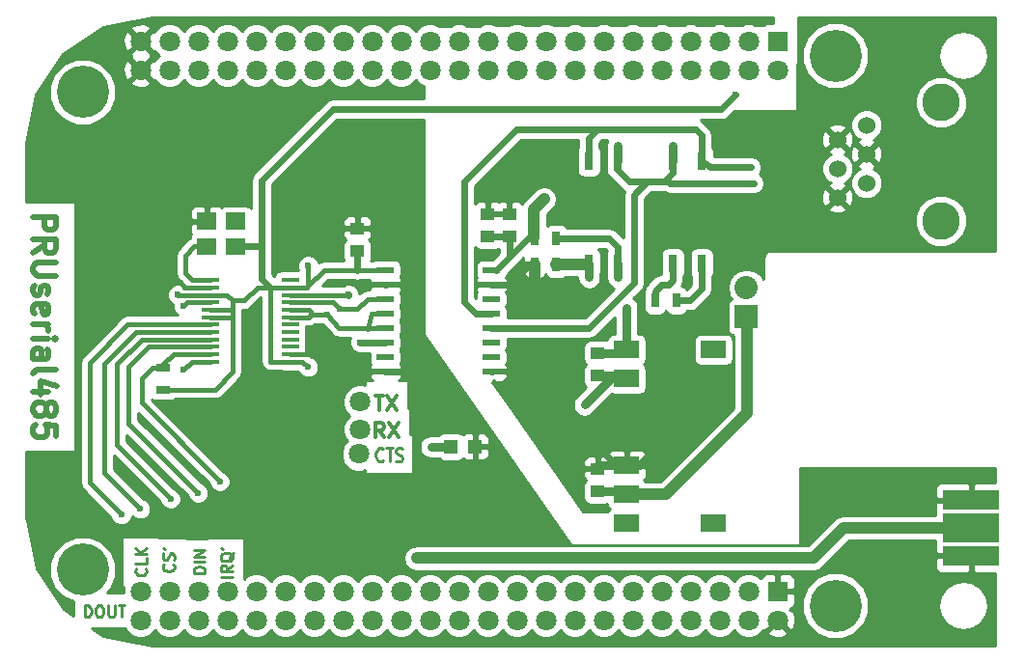
<source format=gbr>
G04 #@! TF.FileFunction,Copper,L1,Top,Signal*
%FSLAX46Y46*%
G04 Gerber Fmt 4.6, Leading zero omitted, Abs format (unit mm)*
G04 Created by KiCad (PCBNEW 0.201506030104+5696~23~ubuntu14.04.1-product) date Ter 17 Nov 2015 15:08:57 BRST*
%MOMM*%
G01*
G04 APERTURE LIST*
%ADD10C,0.100000*%
%ADD11C,0.500000*%
%ADD12C,0.250000*%
%ADD13C,0.300000*%
%ADD14R,1.250000X1.000000*%
%ADD15R,1.198880X1.198880*%
%ADD16R,1.300000X0.700000*%
%ADD17R,0.700000X1.300000*%
%ADD18R,1.500000X0.400000*%
%ADD19R,2.200000X1.500000*%
%ADD20C,1.524000*%
%ADD21C,3.300000*%
%ADD22R,1.500000X0.600000*%
%ADD23R,1.700000X1.500000*%
%ADD24R,0.800000X1.600000*%
%ADD25R,5.000000X2.500000*%
%ADD26R,5.000000X1.800000*%
%ADD27R,2.032000X2.032000*%
%ADD28O,2.032000X2.032000*%
%ADD29C,4.572000*%
%ADD30R,1.800000X1.800000*%
%ADD31C,1.800000*%
%ADD32C,0.600000*%
%ADD33C,0.800000*%
%ADD34C,0.400000*%
%ADD35C,0.600000*%
%ADD36C,1.000000*%
%ADD37C,0.254000*%
G04 APERTURE END LIST*
D10*
D11*
X106689638Y-95028952D02*
X108689638Y-95028952D01*
X108689638Y-95790857D01*
X108594400Y-95981333D01*
X108499162Y-96076572D01*
X108308686Y-96171810D01*
X108022971Y-96171810D01*
X107832495Y-96076572D01*
X107737257Y-95981333D01*
X107642019Y-95790857D01*
X107642019Y-95028952D01*
X106689638Y-98171810D02*
X107642019Y-97505143D01*
X106689638Y-97028952D02*
X108689638Y-97028952D01*
X108689638Y-97790857D01*
X108594400Y-97981333D01*
X108499162Y-98076572D01*
X108308686Y-98171810D01*
X108022971Y-98171810D01*
X107832495Y-98076572D01*
X107737257Y-97981333D01*
X107642019Y-97790857D01*
X107642019Y-97028952D01*
X108689638Y-99028952D02*
X107070590Y-99028952D01*
X106880114Y-99124191D01*
X106784876Y-99219429D01*
X106689638Y-99409905D01*
X106689638Y-99790857D01*
X106784876Y-99981333D01*
X106880114Y-100076572D01*
X107070590Y-100171810D01*
X108689638Y-100171810D01*
X106784876Y-101028952D02*
X106689638Y-101219429D01*
X106689638Y-101600381D01*
X106784876Y-101790857D01*
X106975352Y-101886095D01*
X107070590Y-101886095D01*
X107261067Y-101790857D01*
X107356305Y-101600381D01*
X107356305Y-101314667D01*
X107451543Y-101124190D01*
X107642019Y-101028952D01*
X107737257Y-101028952D01*
X107927733Y-101124190D01*
X108022971Y-101314667D01*
X108022971Y-101600381D01*
X107927733Y-101790857D01*
X106784876Y-103505143D02*
X106689638Y-103314667D01*
X106689638Y-102933715D01*
X106784876Y-102743238D01*
X106975352Y-102648000D01*
X107737257Y-102648000D01*
X107927733Y-102743238D01*
X108022971Y-102933715D01*
X108022971Y-103314667D01*
X107927733Y-103505143D01*
X107737257Y-103600381D01*
X107546781Y-103600381D01*
X107356305Y-102648000D01*
X106689638Y-104457524D02*
X108022971Y-104457524D01*
X107642019Y-104457524D02*
X107832495Y-104552763D01*
X107927733Y-104648001D01*
X108022971Y-104838477D01*
X108022971Y-105028953D01*
X106689638Y-105695619D02*
X108022971Y-105695619D01*
X108689638Y-105695619D02*
X108594400Y-105600381D01*
X108499162Y-105695619D01*
X108594400Y-105790858D01*
X108689638Y-105695619D01*
X108499162Y-105695619D01*
X106689638Y-107505143D02*
X107737257Y-107505143D01*
X107927733Y-107409905D01*
X108022971Y-107219429D01*
X108022971Y-106838477D01*
X107927733Y-106648000D01*
X106784876Y-107505143D02*
X106689638Y-107314667D01*
X106689638Y-106838477D01*
X106784876Y-106648000D01*
X106975352Y-106552762D01*
X107165829Y-106552762D01*
X107356305Y-106648000D01*
X107451543Y-106838477D01*
X107451543Y-107314667D01*
X107546781Y-107505143D01*
X106689638Y-108743239D02*
X106784876Y-108552763D01*
X106975352Y-108457524D01*
X108689638Y-108457524D01*
X108022971Y-110362286D02*
X106689638Y-110362286D01*
X108784876Y-109886096D02*
X107356305Y-109409905D01*
X107356305Y-110648001D01*
X107832495Y-111695620D02*
X107927733Y-111505144D01*
X108022971Y-111409905D01*
X108213448Y-111314667D01*
X108308686Y-111314667D01*
X108499162Y-111409905D01*
X108594400Y-111505144D01*
X108689638Y-111695620D01*
X108689638Y-112076572D01*
X108594400Y-112267048D01*
X108499162Y-112362286D01*
X108308686Y-112457525D01*
X108213448Y-112457525D01*
X108022971Y-112362286D01*
X107927733Y-112267048D01*
X107832495Y-112076572D01*
X107832495Y-111695620D01*
X107737257Y-111505144D01*
X107642019Y-111409905D01*
X107451543Y-111314667D01*
X107070590Y-111314667D01*
X106880114Y-111409905D01*
X106784876Y-111505144D01*
X106689638Y-111695620D01*
X106689638Y-112076572D01*
X106784876Y-112267048D01*
X106880114Y-112362286D01*
X107070590Y-112457525D01*
X107451543Y-112457525D01*
X107642019Y-112362286D01*
X107737257Y-112267048D01*
X107832495Y-112076572D01*
X108689638Y-114267048D02*
X108689638Y-113314667D01*
X107737257Y-113219429D01*
X107832495Y-113314667D01*
X107927733Y-113505144D01*
X107927733Y-113981334D01*
X107832495Y-114171810D01*
X107737257Y-114267048D01*
X107546781Y-114362287D01*
X107070590Y-114362287D01*
X106880114Y-114267048D01*
X106784876Y-114171810D01*
X106689638Y-113981334D01*
X106689638Y-113505144D01*
X106784876Y-113314667D01*
X106880114Y-113219429D01*
D12*
X111212524Y-130119381D02*
X111212524Y-129119381D01*
X111450619Y-129119381D01*
X111593477Y-129167000D01*
X111688715Y-129262238D01*
X111736334Y-129357476D01*
X111783953Y-129547952D01*
X111783953Y-129690810D01*
X111736334Y-129881286D01*
X111688715Y-129976524D01*
X111593477Y-130071762D01*
X111450619Y-130119381D01*
X111212524Y-130119381D01*
X112403000Y-129119381D02*
X112593477Y-129119381D01*
X112688715Y-129167000D01*
X112783953Y-129262238D01*
X112831572Y-129452714D01*
X112831572Y-129786048D01*
X112783953Y-129976524D01*
X112688715Y-130071762D01*
X112593477Y-130119381D01*
X112403000Y-130119381D01*
X112307762Y-130071762D01*
X112212524Y-129976524D01*
X112164905Y-129786048D01*
X112164905Y-129452714D01*
X112212524Y-129262238D01*
X112307762Y-129167000D01*
X112403000Y-129119381D01*
X113260143Y-129119381D02*
X113260143Y-129928905D01*
X113307762Y-130024143D01*
X113355381Y-130071762D01*
X113450619Y-130119381D01*
X113641096Y-130119381D01*
X113736334Y-130071762D01*
X113783953Y-130024143D01*
X113831572Y-129928905D01*
X113831572Y-129119381D01*
X114164905Y-129119381D02*
X114736334Y-129119381D01*
X114450619Y-130119381D02*
X114450619Y-129119381D01*
X124150381Y-126636304D02*
X123150381Y-126636304D01*
X124150381Y-125588685D02*
X123674190Y-125922019D01*
X124150381Y-126160114D02*
X123150381Y-126160114D01*
X123150381Y-125779161D01*
X123198000Y-125683923D01*
X123245619Y-125636304D01*
X123340857Y-125588685D01*
X123483714Y-125588685D01*
X123578952Y-125636304D01*
X123626571Y-125683923D01*
X123674190Y-125779161D01*
X123674190Y-126160114D01*
X124245619Y-124493447D02*
X124198000Y-124588685D01*
X124102762Y-124683923D01*
X123959905Y-124826780D01*
X123912286Y-124922019D01*
X123912286Y-125017257D01*
X124150381Y-124969638D02*
X124102762Y-125064876D01*
X124007524Y-125160114D01*
X123817048Y-125207733D01*
X123483714Y-125207733D01*
X123293238Y-125160114D01*
X123198000Y-125064876D01*
X123150381Y-124969638D01*
X123150381Y-124779161D01*
X123198000Y-124683923D01*
X123293238Y-124588685D01*
X123483714Y-124541066D01*
X123817048Y-124541066D01*
X124007524Y-124588685D01*
X124102762Y-124683923D01*
X124150381Y-124779161D01*
X124150381Y-124969638D01*
X123150381Y-124064876D02*
X123340857Y-124160114D01*
X121762781Y-126296609D02*
X120762781Y-126296609D01*
X120762781Y-126058514D01*
X120810400Y-125915656D01*
X120905638Y-125820418D01*
X121000876Y-125772799D01*
X121191352Y-125725180D01*
X121334210Y-125725180D01*
X121524686Y-125772799D01*
X121619924Y-125820418D01*
X121715162Y-125915656D01*
X121762781Y-126058514D01*
X121762781Y-126296609D01*
X121762781Y-125296609D02*
X120762781Y-125296609D01*
X121762781Y-124820419D02*
X120762781Y-124820419D01*
X121762781Y-124248990D01*
X120762781Y-124248990D01*
X118975143Y-125499761D02*
X119022762Y-125547380D01*
X119070381Y-125690237D01*
X119070381Y-125785475D01*
X119022762Y-125928333D01*
X118927524Y-126023571D01*
X118832286Y-126071190D01*
X118641810Y-126118809D01*
X118498952Y-126118809D01*
X118308476Y-126071190D01*
X118213238Y-126023571D01*
X118118000Y-125928333D01*
X118070381Y-125785475D01*
X118070381Y-125690237D01*
X118118000Y-125547380D01*
X118165619Y-125499761D01*
X119022762Y-125118809D02*
X119070381Y-124975952D01*
X119070381Y-124737856D01*
X119022762Y-124642618D01*
X118975143Y-124594999D01*
X118879905Y-124547380D01*
X118784667Y-124547380D01*
X118689429Y-124594999D01*
X118641810Y-124642618D01*
X118594190Y-124737856D01*
X118546571Y-124928333D01*
X118498952Y-125023571D01*
X118451333Y-125071190D01*
X118356095Y-125118809D01*
X118260857Y-125118809D01*
X118165619Y-125071190D01*
X118118000Y-125023571D01*
X118070381Y-124928333D01*
X118070381Y-124690237D01*
X118118000Y-124547380D01*
X118070381Y-124071190D02*
X118260857Y-124166428D01*
X116536743Y-125868038D02*
X116584362Y-125915657D01*
X116631981Y-126058514D01*
X116631981Y-126153752D01*
X116584362Y-126296610D01*
X116489124Y-126391848D01*
X116393886Y-126439467D01*
X116203410Y-126487086D01*
X116060552Y-126487086D01*
X115870076Y-126439467D01*
X115774838Y-126391848D01*
X115679600Y-126296610D01*
X115631981Y-126153752D01*
X115631981Y-126058514D01*
X115679600Y-125915657D01*
X115727219Y-125868038D01*
X116631981Y-124963276D02*
X116631981Y-125439467D01*
X115631981Y-125439467D01*
X116631981Y-124629943D02*
X115631981Y-124629943D01*
X116631981Y-124058514D02*
X116060552Y-124487086D01*
X115631981Y-124058514D02*
X116203410Y-124629943D01*
X137374381Y-116379571D02*
X137326762Y-116436714D01*
X137183905Y-116493857D01*
X137088667Y-116493857D01*
X136945809Y-116436714D01*
X136850571Y-116322429D01*
X136802952Y-116208143D01*
X136755333Y-115979571D01*
X136755333Y-115808143D01*
X136802952Y-115579571D01*
X136850571Y-115465286D01*
X136945809Y-115351000D01*
X137088667Y-115293857D01*
X137183905Y-115293857D01*
X137326762Y-115351000D01*
X137374381Y-115408143D01*
X137660095Y-115293857D02*
X138231524Y-115293857D01*
X137945809Y-116493857D02*
X137945809Y-115293857D01*
X138517238Y-116436714D02*
X138660095Y-116493857D01*
X138898191Y-116493857D01*
X138993429Y-116436714D01*
X139041048Y-116379571D01*
X139088667Y-116265286D01*
X139088667Y-116151000D01*
X139041048Y-116036714D01*
X138993429Y-115979571D01*
X138898191Y-115922429D01*
X138707714Y-115865286D01*
X138612476Y-115808143D01*
X138564857Y-115751000D01*
X138517238Y-115636714D01*
X138517238Y-115522429D01*
X138564857Y-115408143D01*
X138612476Y-115351000D01*
X138707714Y-115293857D01*
X138945810Y-115293857D01*
X139088667Y-115351000D01*
D13*
X137451334Y-114380095D02*
X137018001Y-113761048D01*
X136708477Y-114380095D02*
X136708477Y-113080095D01*
X137203715Y-113080095D01*
X137327524Y-113142000D01*
X137389429Y-113203905D01*
X137451334Y-113327714D01*
X137451334Y-113513429D01*
X137389429Y-113637238D01*
X137327524Y-113699143D01*
X137203715Y-113761048D01*
X136708477Y-113761048D01*
X137884667Y-113080095D02*
X138751334Y-114380095D01*
X138751334Y-113080095D02*
X137884667Y-114380095D01*
X136677525Y-110667095D02*
X137420382Y-110667095D01*
X137048953Y-111967095D02*
X137048953Y-110667095D01*
X137729905Y-110667095D02*
X138596572Y-111967095D01*
X138596572Y-110667095D02*
X137729905Y-111967095D01*
D14*
X156210000Y-108950000D03*
X156210000Y-106950000D03*
X156210000Y-119110000D03*
X156210000Y-117110000D03*
D15*
X143349980Y-115189000D03*
X145448020Y-115189000D03*
D16*
X118110000Y-110170000D03*
X118110000Y-108270000D03*
D17*
X152588000Y-96901000D03*
X150688000Y-96901000D03*
X152588000Y-99187000D03*
X150688000Y-99187000D03*
X163129000Y-102362000D03*
X161229000Y-102362000D03*
D18*
X122230000Y-100565000D03*
X122230000Y-101215000D03*
X122230000Y-101865000D03*
X122230000Y-102515000D03*
X122230000Y-103165000D03*
X122230000Y-103815000D03*
X122230000Y-104465000D03*
X122230000Y-105115000D03*
X122230000Y-105765000D03*
X122230000Y-106415000D03*
X122230000Y-107065000D03*
X122230000Y-107715000D03*
X129230000Y-107715000D03*
X129230000Y-107065000D03*
X129230000Y-106415000D03*
X129230000Y-105765000D03*
X129230000Y-105115000D03*
X129230000Y-104465000D03*
X129230000Y-103815000D03*
X129230000Y-103165000D03*
X129230000Y-102515000D03*
X129230000Y-101865000D03*
X129230000Y-101215000D03*
X129230000Y-100565000D03*
D19*
X158750000Y-106680000D03*
X158750000Y-109220000D03*
X158750000Y-116840000D03*
X158750000Y-119380000D03*
X158750000Y-121920000D03*
X166370000Y-121920000D03*
X166370000Y-106680000D03*
D20*
X177251340Y-90774520D03*
X177251340Y-88234520D03*
X177251340Y-93314520D03*
X179791340Y-86964520D03*
X179791340Y-89504520D03*
X179791340Y-92044520D03*
D21*
X186319140Y-95356680D03*
X186321680Y-84983320D03*
D22*
X137590000Y-99695000D03*
X137590000Y-100965000D03*
X137590000Y-102235000D03*
X137590000Y-103505000D03*
X137590000Y-104775000D03*
X137590000Y-106045000D03*
X137590000Y-107315000D03*
X137590000Y-108585000D03*
X146890000Y-108585000D03*
X146890000Y-107315000D03*
X146890000Y-106045000D03*
X146890000Y-104775000D03*
X146890000Y-103505000D03*
X146890000Y-102235000D03*
X146890000Y-100965000D03*
X146890000Y-99695000D03*
D10*
G36*
X122770000Y-96870000D02*
X122770000Y-98370000D01*
X121070000Y-98370000D01*
X121070000Y-96870000D01*
X122770000Y-96870000D01*
X122770000Y-96870000D01*
G37*
D23*
X121920000Y-95420000D03*
D10*
G36*
X125310000Y-96870000D02*
X125310000Y-98370000D01*
X123610000Y-98370000D01*
X123610000Y-96870000D01*
X125310000Y-96870000D01*
X125310000Y-96870000D01*
G37*
D23*
X124460000Y-95420000D03*
D24*
X155448000Y-90115000D03*
X157988000Y-90115000D03*
X155448000Y-99115000D03*
X157988000Y-99115000D03*
X162814000Y-90115000D03*
X165354000Y-90115000D03*
X162814000Y-99115000D03*
X165354000Y-99115000D03*
D14*
X135128000Y-96028000D03*
X135128000Y-98028000D03*
X146558000Y-94758000D03*
X146558000Y-96758000D03*
X148463000Y-94758000D03*
X148463000Y-96758000D03*
D25*
X188976000Y-122301000D03*
D26*
X188976000Y-119861000D03*
X188976000Y-124741000D03*
D27*
X169265600Y-103784400D03*
D28*
X169265600Y-101244400D03*
D29*
X111036100Y-84048600D03*
X177076100Y-80873600D03*
X177076100Y-129133600D03*
X111036100Y-125958600D03*
D30*
X171996100Y-79603600D03*
D31*
X171996100Y-82143600D03*
X169456100Y-79603600D03*
X169456100Y-82143600D03*
X166916100Y-79603600D03*
X166916100Y-82143600D03*
X164376100Y-79603600D03*
X164376100Y-82143600D03*
X161836100Y-79603600D03*
X161836100Y-82143600D03*
X159296100Y-79603600D03*
X159296100Y-82143600D03*
X156756100Y-79603600D03*
X156756100Y-82143600D03*
X154216100Y-79603600D03*
X154216100Y-82143600D03*
X151676100Y-79603600D03*
X151676100Y-82143600D03*
X149136100Y-79603600D03*
X149136100Y-82143600D03*
X146596100Y-79603600D03*
X146596100Y-82143600D03*
X144056100Y-79603600D03*
X144056100Y-82143600D03*
X141516100Y-79603600D03*
X141516100Y-82143600D03*
X138976100Y-79603600D03*
X138976100Y-82143600D03*
X136436100Y-79603600D03*
X136436100Y-82143600D03*
X133896100Y-79603600D03*
X133896100Y-82143600D03*
X131356100Y-79603600D03*
X131356100Y-82143600D03*
X128816100Y-79603600D03*
X128816100Y-82143600D03*
X126276100Y-79603600D03*
X126276100Y-82143600D03*
X123736100Y-79603600D03*
X123736100Y-82143600D03*
X121196100Y-79603600D03*
X121196100Y-82143600D03*
X118656100Y-79603600D03*
X118656100Y-82143600D03*
X116116100Y-79603600D03*
X116116100Y-82143600D03*
D30*
X171996100Y-127863600D03*
D31*
X171996100Y-130403600D03*
X169456100Y-127863600D03*
X169456100Y-130403600D03*
X166916100Y-127863600D03*
X166916100Y-130403600D03*
X164376100Y-127863600D03*
X164376100Y-130403600D03*
X161836100Y-127863600D03*
X161836100Y-130403600D03*
X159296100Y-127863600D03*
X159296100Y-130403600D03*
X156756100Y-127863600D03*
X156756100Y-130403600D03*
X154216100Y-127863600D03*
X154216100Y-130403600D03*
X151676100Y-127863600D03*
X151676100Y-130403600D03*
X149136100Y-127863600D03*
X149136100Y-130403600D03*
X146596100Y-127863600D03*
X146596100Y-130403600D03*
X144056100Y-127863600D03*
X144056100Y-130403600D03*
X141516100Y-127863600D03*
X141516100Y-130403600D03*
X138976100Y-127863600D03*
X138976100Y-130403600D03*
X136436100Y-127863600D03*
X136436100Y-130403600D03*
X133896100Y-127863600D03*
X133896100Y-130403600D03*
X131356100Y-127863600D03*
X131356100Y-130403600D03*
X128816100Y-127863600D03*
X128816100Y-130403600D03*
X126276100Y-127863600D03*
X126276100Y-130403600D03*
X123736100Y-127863600D03*
X123736100Y-130403600D03*
X121196100Y-127863600D03*
X121196100Y-130403600D03*
X118656100Y-127863600D03*
X118656100Y-130403600D03*
X116116100Y-127863600D03*
X116116100Y-130403600D03*
D32*
X158750000Y-102997000D03*
X151511000Y-93472000D03*
X149606000Y-108585000D03*
X150622000Y-102616000D03*
X167005000Y-93980000D03*
X130810000Y-99314000D03*
X126746000Y-97790000D03*
X119380000Y-101854000D03*
X130810000Y-108204000D03*
X168275000Y-84328000D03*
X139954000Y-112903000D03*
X155067000Y-111506000D03*
X119634000Y-100838000D03*
X134239000Y-92456000D03*
X125603000Y-110744000D03*
X119888000Y-102870000D03*
X119888000Y-108458000D03*
X141605000Y-115189000D03*
X169926000Y-92075000D03*
X169672000Y-90678000D03*
X132475111Y-103632000D03*
D31*
X135255000Y-115824000D03*
D32*
X133604000Y-103124000D03*
D31*
X135382000Y-113665000D03*
X135382000Y-111252000D03*
D32*
X134366000Y-101854000D03*
X135382000Y-106045000D03*
X123063000Y-118237000D03*
X121158000Y-119253000D03*
X118745000Y-119761000D03*
X116078000Y-120650000D03*
X114427000Y-121158000D03*
X140335000Y-124968000D03*
D33*
X156210000Y-106950000D02*
X158480000Y-106950000D01*
D34*
X158480000Y-106950000D02*
X158750000Y-106680000D01*
D33*
X158750000Y-102997000D02*
X158750000Y-103759000D01*
X158750000Y-103759000D02*
X158750000Y-106680000D01*
D35*
X150114000Y-96901000D02*
X150688000Y-96901000D01*
X148590000Y-98425000D02*
X150114000Y-96901000D01*
X147320000Y-99695000D02*
X148590000Y-98425000D01*
D34*
X146890000Y-99695000D02*
X147320000Y-99695000D01*
X150622000Y-96835000D02*
X150688000Y-96901000D01*
D36*
X150622000Y-94361000D02*
X150622000Y-96835000D01*
X151511000Y-93472000D02*
X150622000Y-94361000D01*
D35*
X146558000Y-96758000D02*
X148463000Y-96758000D01*
X148590000Y-98171000D02*
X148590000Y-98425000D01*
X148590000Y-98425000D02*
X148590000Y-98171000D01*
X148463000Y-98552000D02*
X148590000Y-98425000D01*
X148463000Y-96758000D02*
X148463000Y-98552000D01*
D33*
X158750000Y-116840000D02*
X156480000Y-116840000D01*
D34*
X156480000Y-116840000D02*
X156210000Y-117110000D01*
D35*
X148463000Y-100965000D02*
X146890000Y-100965000D01*
X150241000Y-99187000D02*
X148463000Y-100965000D01*
X150688000Y-99187000D02*
X150241000Y-99187000D01*
D34*
X157861000Y-116840000D02*
X158750000Y-116840000D01*
D35*
X149606000Y-108585000D02*
X157861000Y-116840000D01*
D34*
X146890000Y-108585000D02*
X149606000Y-108585000D01*
D36*
X150688000Y-102550000D02*
X150622000Y-102616000D01*
X150688000Y-99187000D02*
X150688000Y-102550000D01*
D33*
X167005000Y-102616000D02*
X167005000Y-93980000D01*
X162306000Y-107315000D02*
X167005000Y-102616000D01*
X162306000Y-114427000D02*
X162306000Y-107315000D01*
X159893000Y-116840000D02*
X162306000Y-114427000D01*
X158750000Y-116840000D02*
X159893000Y-116840000D01*
D34*
X135128000Y-99695000D02*
X132207000Y-99695000D01*
X137590000Y-99695000D02*
X135128000Y-99695000D01*
X132207000Y-99695000D02*
X130810000Y-101092000D01*
X122230000Y-103815000D02*
X124206000Y-103815000D01*
X124206000Y-103815000D02*
X124206000Y-103886000D01*
X122230000Y-103165000D02*
X124206000Y-103165000D01*
X124206000Y-103165000D02*
X124206000Y-103251000D01*
X122230000Y-101865000D02*
X123709000Y-101865000D01*
X122621000Y-110170000D02*
X118110000Y-110170000D01*
X124206000Y-108585000D02*
X122621000Y-110170000D01*
X124206000Y-102362000D02*
X124206000Y-103251000D01*
X124206000Y-103251000D02*
X124206000Y-103886000D01*
X124206000Y-103886000D02*
X124206000Y-108585000D01*
X123709000Y-101865000D02*
X124206000Y-102362000D01*
X129230000Y-101215000D02*
X130687000Y-101215000D01*
X130810000Y-101092000D02*
X130810000Y-99314000D01*
X130687000Y-101215000D02*
X130810000Y-101092000D01*
D35*
X124460000Y-97620000D02*
X126576000Y-97620000D01*
D34*
X126576000Y-97620000D02*
X126746000Y-97790000D01*
X122230000Y-101865000D02*
X119391000Y-101865000D01*
X119391000Y-101865000D02*
X119380000Y-101854000D01*
X129230000Y-107715000D02*
X130321000Y-107715000D01*
X130321000Y-107715000D02*
X130810000Y-108204000D01*
X127504000Y-107692000D02*
X127504000Y-101215000D01*
X127527000Y-107715000D02*
X127504000Y-107692000D01*
X129230000Y-107715000D02*
X127527000Y-107715000D01*
X125222000Y-102362000D02*
X126369000Y-101215000D01*
X126369000Y-101215000D02*
X127504000Y-101215000D01*
X124206000Y-102362000D02*
X125222000Y-102362000D01*
D35*
X126746000Y-91821000D02*
X126746000Y-97790000D01*
X126746000Y-100457000D02*
X127504000Y-101215000D01*
D34*
X127504000Y-101215000D02*
X129230000Y-101215000D01*
D35*
X126746000Y-97790000D02*
X126746000Y-100457000D01*
X135128000Y-98028000D02*
X135128000Y-99695000D01*
X168275000Y-84328000D02*
X167005000Y-85598000D01*
X167005000Y-85598000D02*
X132969000Y-85598000D01*
X132969000Y-85598000D02*
X126746000Y-91821000D01*
D34*
X129230000Y-107065000D02*
X130806000Y-107065000D01*
X130806000Y-107065000D02*
X130810000Y-107061000D01*
D35*
X137590000Y-108585000D02*
X139700000Y-108585000D01*
X139954000Y-108839000D02*
X139954000Y-112903000D01*
X139700000Y-108585000D02*
X139954000Y-108839000D01*
D34*
X122230000Y-101215000D02*
X120015000Y-101215000D01*
X137590000Y-100965000D02*
X137541000Y-101092000D01*
D33*
X155067000Y-111506000D02*
X157353000Y-109220000D01*
X157353000Y-109220000D02*
X158750000Y-109220000D01*
X156210000Y-108950000D02*
X158480000Y-108950000D01*
D34*
X158480000Y-108950000D02*
X158750000Y-109220000D01*
X120015000Y-101215000D02*
X119937998Y-101215000D01*
X120015000Y-101215000D02*
X120011000Y-101215000D01*
X120011000Y-101215000D02*
X119634000Y-100838000D01*
X122230000Y-102515000D02*
X120243000Y-102515000D01*
X120243000Y-102515000D02*
X119888000Y-102870000D01*
X122230000Y-107715000D02*
X120631000Y-107715000D01*
X120631000Y-107715000D02*
X119888000Y-108458000D01*
D33*
X141605000Y-115189000D02*
X143349980Y-115189000D01*
D35*
X157861000Y-90805000D02*
X159004000Y-91948000D01*
X159004000Y-91948000D02*
X160528000Y-91948000D01*
X160528000Y-91948000D02*
X160528000Y-91948000D01*
X159385000Y-93091000D02*
X160528000Y-91948000D01*
X159385000Y-100838000D02*
X159385000Y-93091000D01*
X155448000Y-104775000D02*
X159385000Y-100838000D01*
X146890000Y-104775000D02*
X155448000Y-104775000D01*
X162052000Y-91948000D02*
X162814000Y-91186000D01*
X162814000Y-91186000D02*
X162814000Y-90115000D01*
X160528000Y-91948000D02*
X162052000Y-91948000D01*
X162433000Y-91948000D02*
X162560000Y-92075000D01*
X162560000Y-92075000D02*
X169926000Y-92075000D01*
X162052000Y-91948000D02*
X162433000Y-91948000D01*
D33*
X162814000Y-90115000D02*
X162814000Y-88773000D01*
X157988000Y-90115000D02*
X157988000Y-88773000D01*
D35*
X146890000Y-103505000D02*
X145542000Y-103505000D01*
X165354000Y-90170000D02*
X166116000Y-90678000D01*
X166116000Y-90678000D02*
X169672000Y-90678000D01*
X155448000Y-90115000D02*
X155448000Y-89027000D01*
X145542000Y-103505000D02*
X144526000Y-102489000D01*
X144526000Y-102489000D02*
X144526000Y-91948000D01*
X144526000Y-91948000D02*
X148336000Y-88138000D01*
X164846000Y-87376000D02*
X165354000Y-87884000D01*
X156210000Y-87376000D02*
X164846000Y-87376000D01*
X165354000Y-87884000D02*
X165354000Y-90115000D01*
X149098000Y-87376000D02*
X156210000Y-87376000D01*
X148336000Y-88138000D02*
X149098000Y-87376000D01*
X155448000Y-88138000D02*
X156210000Y-87376000D01*
X155448000Y-90115000D02*
X155448000Y-88138000D01*
X157988000Y-97663000D02*
X157988000Y-99115000D01*
X157226000Y-96901000D02*
X157988000Y-97663000D01*
X152588000Y-96901000D02*
X157226000Y-96901000D01*
D33*
X157988000Y-99115000D02*
X157988000Y-100330000D01*
D34*
X155376000Y-99187000D02*
X155448000Y-99115000D01*
D36*
X152588000Y-99187000D02*
X155376000Y-99187000D01*
D33*
X155448000Y-99115000D02*
X155448000Y-100330000D01*
D35*
X164338000Y-102362000D02*
X165354000Y-101346000D01*
X165354000Y-101346000D02*
X165354000Y-99115000D01*
X163129000Y-102362000D02*
X164338000Y-102362000D01*
X162814000Y-100584000D02*
X162433000Y-100965000D01*
X162433000Y-100965000D02*
X161798000Y-100965000D01*
X161798000Y-100965000D02*
X161229000Y-101534000D01*
X161229000Y-101534000D02*
X161229000Y-102362000D01*
X162814000Y-99115000D02*
X162814000Y-100584000D01*
D34*
X136017000Y-104775000D02*
X136017000Y-104902000D01*
X136017000Y-104775000D02*
X137590000Y-104775000D01*
X136017000Y-104902000D02*
X136017000Y-104775000D01*
X131064000Y-103632000D02*
X132475111Y-103632000D01*
X136398000Y-103505000D02*
X137590000Y-103505000D01*
X136017000Y-104775000D02*
X136398000Y-103505000D01*
X133491111Y-104775000D02*
X136017000Y-104775000D01*
X132475111Y-103632000D02*
X133491111Y-104775000D01*
X129230000Y-103165000D02*
X130851000Y-103165000D01*
X130881000Y-103815000D02*
X129230000Y-103815000D01*
X131064000Y-103632000D02*
X130881000Y-103815000D01*
X131064000Y-103378000D02*
X131064000Y-103632000D01*
X130851000Y-103165000D02*
X131064000Y-103378000D01*
X129230000Y-102515000D02*
X132995000Y-102515000D01*
X136017000Y-102235000D02*
X137590000Y-102235000D01*
X135128000Y-103124000D02*
X136017000Y-102235000D01*
X133604000Y-103124000D02*
X135128000Y-103124000D01*
X132995000Y-102515000D02*
X133604000Y-103124000D01*
X129230000Y-101865000D02*
X134377000Y-101865000D01*
D35*
X134377000Y-101865000D02*
X134366000Y-101854000D01*
X135382000Y-106045000D02*
X136271000Y-106045000D01*
X136271000Y-106045000D02*
X137590000Y-106045000D01*
D34*
X118110000Y-108270000D02*
X118110000Y-107950000D01*
X118110000Y-107950000D02*
X118995000Y-107065000D01*
X118995000Y-107065000D02*
X122230000Y-107065000D01*
X117155000Y-108270000D02*
X116205000Y-109220000D01*
X118110000Y-108270000D02*
X117155000Y-108270000D01*
X116205000Y-109220000D02*
X116205000Y-111328200D01*
X116205000Y-111328200D02*
X123113800Y-118237000D01*
X123113800Y-118237000D02*
X123063000Y-118237000D01*
X116851000Y-106415000D02*
X122230000Y-106415000D01*
X115062000Y-108204000D02*
X116851000Y-106415000D01*
X115062000Y-113157000D02*
X115062000Y-108204000D01*
X121158000Y-119253000D02*
X115062000Y-113157000D01*
X122230000Y-105765000D02*
X116231000Y-105765000D01*
X116231000Y-105765000D02*
X114046000Y-107950000D01*
X114046000Y-107950000D02*
X114046000Y-115062000D01*
X114046000Y-115062000D02*
X118745000Y-119761000D01*
X115738000Y-105115000D02*
X122230000Y-105115000D01*
X116078000Y-120650000D02*
X112903000Y-117475000D01*
X112903000Y-117475000D02*
X112903000Y-107950000D01*
X112903000Y-107950000D02*
X115738000Y-105115000D01*
X122230000Y-104465000D02*
X114991000Y-104465000D01*
X111633000Y-118364000D02*
X114427000Y-121158000D01*
X111633000Y-107823000D02*
X111633000Y-118364000D01*
X114991000Y-104465000D02*
X111633000Y-107823000D01*
X121920000Y-97620000D02*
X120820000Y-97620000D01*
X120631000Y-100565000D02*
X122230000Y-100565000D01*
X120015000Y-99949000D02*
X120631000Y-100565000D01*
X120015000Y-98425000D02*
X120015000Y-99949000D01*
X120820000Y-97620000D02*
X120015000Y-98425000D01*
X120015000Y-98425000D02*
X120015000Y-98425000D01*
D36*
X188214000Y-122301000D02*
X177800000Y-122301000D01*
X177800000Y-122301000D02*
X175133000Y-124968000D01*
X175133000Y-124968000D02*
X140335000Y-124968000D01*
X169291000Y-103962200D02*
X169291000Y-112268000D01*
X162179000Y-119380000D02*
X158750000Y-119380000D01*
X169037000Y-104013000D02*
X169265600Y-103784400D01*
D33*
X156210000Y-119110000D02*
X158480000Y-119110000D01*
D34*
X158480000Y-119110000D02*
X158750000Y-119380000D01*
D36*
X162179000Y-119380000D02*
X169291000Y-112268000D01*
D37*
G36*
X157610750Y-101289959D02*
X155060709Y-103840000D01*
X150561000Y-103840000D01*
X150561000Y-100313250D01*
X150561000Y-99314000D01*
X149861750Y-99314000D01*
X149703000Y-99472750D01*
X149703000Y-99710691D01*
X149703000Y-99963310D01*
X149799673Y-100196699D01*
X149978302Y-100375327D01*
X150211691Y-100472000D01*
X150402250Y-100472000D01*
X150561000Y-100313250D01*
X150561000Y-103840000D01*
X148280421Y-103840000D01*
X148287440Y-103805000D01*
X148287440Y-103205000D01*
X148240463Y-102962877D01*
X148179603Y-102870229D01*
X148237377Y-102784640D01*
X148287440Y-102535000D01*
X148287440Y-101935000D01*
X148240463Y-101692877D01*
X148185036Y-101608500D01*
X148275000Y-101391310D01*
X148275000Y-101250750D01*
X148116250Y-101092000D01*
X147017000Y-101092000D01*
X147017000Y-101112000D01*
X146763000Y-101112000D01*
X146763000Y-101092000D01*
X145663750Y-101092000D01*
X145505000Y-101250750D01*
X145505000Y-101391310D01*
X145594788Y-101608078D01*
X145542623Y-101685360D01*
X145492560Y-101935000D01*
X145492560Y-102133270D01*
X145461000Y-102101710D01*
X145461000Y-97695683D01*
X145472327Y-97712927D01*
X145683360Y-97855377D01*
X145933000Y-97905440D01*
X147183000Y-97905440D01*
X147425123Y-97858463D01*
X147510168Y-97802596D01*
X147528000Y-97814633D01*
X147528000Y-98164710D01*
X146945150Y-98747560D01*
X146140000Y-98747560D01*
X145897877Y-98794537D01*
X145685073Y-98934327D01*
X145542623Y-99145360D01*
X145492560Y-99395000D01*
X145492560Y-99995000D01*
X145539537Y-100237123D01*
X145594963Y-100321499D01*
X145505000Y-100538690D01*
X145505000Y-100679250D01*
X145663750Y-100838000D01*
X146763000Y-100838000D01*
X146763000Y-100818000D01*
X147017000Y-100818000D01*
X147017000Y-100838000D01*
X148116250Y-100838000D01*
X148275000Y-100679250D01*
X148275000Y-100538690D01*
X148185211Y-100321921D01*
X148237377Y-100244640D01*
X148273681Y-100063608D01*
X149124145Y-99213145D01*
X149251145Y-99086145D01*
X149703000Y-98634290D01*
X149703000Y-98663309D01*
X149703000Y-98901250D01*
X149861750Y-99060000D01*
X150561000Y-99060000D01*
X150561000Y-99040000D01*
X150815000Y-99040000D01*
X150815000Y-99060000D01*
X150835000Y-99060000D01*
X150835000Y-99314000D01*
X150815000Y-99314000D01*
X150815000Y-100313250D01*
X150973750Y-100472000D01*
X151164309Y-100472000D01*
X151397698Y-100375327D01*
X151576327Y-100196699D01*
X151633546Y-100058557D01*
X151637537Y-100079123D01*
X151777327Y-100291927D01*
X151988360Y-100434377D01*
X152238000Y-100484440D01*
X152938000Y-100484440D01*
X153180123Y-100437463D01*
X153355893Y-100322000D01*
X154413000Y-100322000D01*
X154413000Y-100330000D01*
X154491785Y-100726077D01*
X154716144Y-101061856D01*
X155051923Y-101286215D01*
X155448000Y-101365000D01*
X155844077Y-101286215D01*
X156179856Y-101061856D01*
X156404215Y-100726077D01*
X156483000Y-100330000D01*
X156483000Y-99977032D01*
X156495440Y-99915000D01*
X156495440Y-99265225D01*
X156511000Y-99187000D01*
X156495440Y-99108774D01*
X156495440Y-98315000D01*
X156448463Y-98072877D01*
X156308673Y-97860073D01*
X156273009Y-97836000D01*
X156838710Y-97836000D01*
X157021833Y-98019123D01*
X156990623Y-98065360D01*
X156940560Y-98315000D01*
X156940560Y-99915000D01*
X156953000Y-99979116D01*
X156953000Y-100330000D01*
X157031785Y-100726077D01*
X157256144Y-101061856D01*
X157591923Y-101286215D01*
X157610750Y-101289959D01*
X157610750Y-101289959D01*
G37*
X157610750Y-101289959D02*
X155060709Y-103840000D01*
X150561000Y-103840000D01*
X150561000Y-100313250D01*
X150561000Y-99314000D01*
X149861750Y-99314000D01*
X149703000Y-99472750D01*
X149703000Y-99710691D01*
X149703000Y-99963310D01*
X149799673Y-100196699D01*
X149978302Y-100375327D01*
X150211691Y-100472000D01*
X150402250Y-100472000D01*
X150561000Y-100313250D01*
X150561000Y-103840000D01*
X148280421Y-103840000D01*
X148287440Y-103805000D01*
X148287440Y-103205000D01*
X148240463Y-102962877D01*
X148179603Y-102870229D01*
X148237377Y-102784640D01*
X148287440Y-102535000D01*
X148287440Y-101935000D01*
X148240463Y-101692877D01*
X148185036Y-101608500D01*
X148275000Y-101391310D01*
X148275000Y-101250750D01*
X148116250Y-101092000D01*
X147017000Y-101092000D01*
X147017000Y-101112000D01*
X146763000Y-101112000D01*
X146763000Y-101092000D01*
X145663750Y-101092000D01*
X145505000Y-101250750D01*
X145505000Y-101391310D01*
X145594788Y-101608078D01*
X145542623Y-101685360D01*
X145492560Y-101935000D01*
X145492560Y-102133270D01*
X145461000Y-102101710D01*
X145461000Y-97695683D01*
X145472327Y-97712927D01*
X145683360Y-97855377D01*
X145933000Y-97905440D01*
X147183000Y-97905440D01*
X147425123Y-97858463D01*
X147510168Y-97802596D01*
X147528000Y-97814633D01*
X147528000Y-98164710D01*
X146945150Y-98747560D01*
X146140000Y-98747560D01*
X145897877Y-98794537D01*
X145685073Y-98934327D01*
X145542623Y-99145360D01*
X145492560Y-99395000D01*
X145492560Y-99995000D01*
X145539537Y-100237123D01*
X145594963Y-100321499D01*
X145505000Y-100538690D01*
X145505000Y-100679250D01*
X145663750Y-100838000D01*
X146763000Y-100838000D01*
X146763000Y-100818000D01*
X147017000Y-100818000D01*
X147017000Y-100838000D01*
X148116250Y-100838000D01*
X148275000Y-100679250D01*
X148275000Y-100538690D01*
X148185211Y-100321921D01*
X148237377Y-100244640D01*
X148273681Y-100063608D01*
X149124145Y-99213145D01*
X149251145Y-99086145D01*
X149703000Y-98634290D01*
X149703000Y-98663309D01*
X149703000Y-98901250D01*
X149861750Y-99060000D01*
X150561000Y-99060000D01*
X150561000Y-99040000D01*
X150815000Y-99040000D01*
X150815000Y-99060000D01*
X150835000Y-99060000D01*
X150835000Y-99314000D01*
X150815000Y-99314000D01*
X150815000Y-100313250D01*
X150973750Y-100472000D01*
X151164309Y-100472000D01*
X151397698Y-100375327D01*
X151576327Y-100196699D01*
X151633546Y-100058557D01*
X151637537Y-100079123D01*
X151777327Y-100291927D01*
X151988360Y-100434377D01*
X152238000Y-100484440D01*
X152938000Y-100484440D01*
X153180123Y-100437463D01*
X153355893Y-100322000D01*
X154413000Y-100322000D01*
X154413000Y-100330000D01*
X154491785Y-100726077D01*
X154716144Y-101061856D01*
X155051923Y-101286215D01*
X155448000Y-101365000D01*
X155844077Y-101286215D01*
X156179856Y-101061856D01*
X156404215Y-100726077D01*
X156483000Y-100330000D01*
X156483000Y-99977032D01*
X156495440Y-99915000D01*
X156495440Y-99265225D01*
X156511000Y-99187000D01*
X156495440Y-99108774D01*
X156495440Y-98315000D01*
X156448463Y-98072877D01*
X156308673Y-97860073D01*
X156273009Y-97836000D01*
X156838710Y-97836000D01*
X157021833Y-98019123D01*
X156990623Y-98065360D01*
X156940560Y-98315000D01*
X156940560Y-99915000D01*
X156953000Y-99979116D01*
X156953000Y-100330000D01*
X157031785Y-100726077D01*
X157256144Y-101061856D01*
X157591923Y-101286215D01*
X157610750Y-101289959D01*
G36*
X158523435Y-92729804D02*
X158521173Y-92733191D01*
X158450000Y-93091000D01*
X158450000Y-96802710D01*
X157887145Y-96239855D01*
X157583809Y-96037173D01*
X157226000Y-95966000D01*
X153510297Y-95966000D01*
X153398673Y-95796073D01*
X153187640Y-95653623D01*
X152938000Y-95603560D01*
X152238000Y-95603560D01*
X151995877Y-95650537D01*
X151783073Y-95790327D01*
X151757000Y-95828952D01*
X151757000Y-94831132D01*
X152313566Y-94274566D01*
X152559603Y-93906345D01*
X152646000Y-93472000D01*
X152559603Y-93037655D01*
X152313566Y-92669434D01*
X151945345Y-92423397D01*
X151511000Y-92337000D01*
X151076655Y-92423397D01*
X150708434Y-92669434D01*
X149819434Y-93558434D01*
X149605954Y-93877928D01*
X149447699Y-93719673D01*
X149214310Y-93623000D01*
X148961691Y-93623000D01*
X148748750Y-93623000D01*
X148590000Y-93781750D01*
X148590000Y-94631000D01*
X148610000Y-94631000D01*
X148610000Y-94885000D01*
X148590000Y-94885000D01*
X148590000Y-94905000D01*
X148336000Y-94905000D01*
X148336000Y-94885000D01*
X148336000Y-94631000D01*
X148336000Y-93781750D01*
X148177250Y-93623000D01*
X147964309Y-93623000D01*
X147711690Y-93623000D01*
X147510500Y-93706335D01*
X147309310Y-93623000D01*
X147056691Y-93623000D01*
X146843750Y-93623000D01*
X146685000Y-93781750D01*
X146685000Y-94631000D01*
X147361750Y-94631000D01*
X147659250Y-94631000D01*
X148336000Y-94631000D01*
X148336000Y-94885000D01*
X147659250Y-94885000D01*
X147361750Y-94885000D01*
X146685000Y-94885000D01*
X146685000Y-94905000D01*
X146431000Y-94905000D01*
X146431000Y-94885000D01*
X146411000Y-94885000D01*
X146411000Y-94631000D01*
X146431000Y-94631000D01*
X146431000Y-93781750D01*
X146272250Y-93623000D01*
X146059309Y-93623000D01*
X145806690Y-93623000D01*
X145573301Y-93719673D01*
X145461000Y-93831974D01*
X145461000Y-92335290D01*
X148997145Y-88799145D01*
X149485290Y-88311000D01*
X154513000Y-88311000D01*
X154513000Y-88972951D01*
X154450623Y-89065360D01*
X154400560Y-89315000D01*
X154400560Y-90915000D01*
X154447537Y-91157123D01*
X154587327Y-91369927D01*
X154798360Y-91512377D01*
X155048000Y-91562440D01*
X155848000Y-91562440D01*
X156090123Y-91515463D01*
X156302927Y-91375673D01*
X156445377Y-91164640D01*
X156495440Y-90915000D01*
X156495440Y-89315000D01*
X156448463Y-89072877D01*
X156383000Y-88973221D01*
X156383000Y-88525290D01*
X156597290Y-88311000D01*
X157075833Y-88311000D01*
X157031785Y-88376923D01*
X156953000Y-88773000D01*
X156953000Y-89252967D01*
X156940560Y-89315000D01*
X156940560Y-90731802D01*
X156926000Y-90805000D01*
X156940560Y-90878197D01*
X156940560Y-90915000D01*
X156987537Y-91157123D01*
X157127327Y-91369927D01*
X157142332Y-91380055D01*
X157199855Y-91466145D01*
X158342855Y-92609145D01*
X158523435Y-92729804D01*
X158523435Y-92729804D01*
G37*
X158523435Y-92729804D02*
X158521173Y-92733191D01*
X158450000Y-93091000D01*
X158450000Y-96802710D01*
X157887145Y-96239855D01*
X157583809Y-96037173D01*
X157226000Y-95966000D01*
X153510297Y-95966000D01*
X153398673Y-95796073D01*
X153187640Y-95653623D01*
X152938000Y-95603560D01*
X152238000Y-95603560D01*
X151995877Y-95650537D01*
X151783073Y-95790327D01*
X151757000Y-95828952D01*
X151757000Y-94831132D01*
X152313566Y-94274566D01*
X152559603Y-93906345D01*
X152646000Y-93472000D01*
X152559603Y-93037655D01*
X152313566Y-92669434D01*
X151945345Y-92423397D01*
X151511000Y-92337000D01*
X151076655Y-92423397D01*
X150708434Y-92669434D01*
X149819434Y-93558434D01*
X149605954Y-93877928D01*
X149447699Y-93719673D01*
X149214310Y-93623000D01*
X148961691Y-93623000D01*
X148748750Y-93623000D01*
X148590000Y-93781750D01*
X148590000Y-94631000D01*
X148610000Y-94631000D01*
X148610000Y-94885000D01*
X148590000Y-94885000D01*
X148590000Y-94905000D01*
X148336000Y-94905000D01*
X148336000Y-94885000D01*
X148336000Y-94631000D01*
X148336000Y-93781750D01*
X148177250Y-93623000D01*
X147964309Y-93623000D01*
X147711690Y-93623000D01*
X147510500Y-93706335D01*
X147309310Y-93623000D01*
X147056691Y-93623000D01*
X146843750Y-93623000D01*
X146685000Y-93781750D01*
X146685000Y-94631000D01*
X147361750Y-94631000D01*
X147659250Y-94631000D01*
X148336000Y-94631000D01*
X148336000Y-94885000D01*
X147659250Y-94885000D01*
X147361750Y-94885000D01*
X146685000Y-94885000D01*
X146685000Y-94905000D01*
X146431000Y-94905000D01*
X146431000Y-94885000D01*
X146411000Y-94885000D01*
X146411000Y-94631000D01*
X146431000Y-94631000D01*
X146431000Y-93781750D01*
X146272250Y-93623000D01*
X146059309Y-93623000D01*
X145806690Y-93623000D01*
X145573301Y-93719673D01*
X145461000Y-93831974D01*
X145461000Y-92335290D01*
X148997145Y-88799145D01*
X149485290Y-88311000D01*
X154513000Y-88311000D01*
X154513000Y-88972951D01*
X154450623Y-89065360D01*
X154400560Y-89315000D01*
X154400560Y-90915000D01*
X154447537Y-91157123D01*
X154587327Y-91369927D01*
X154798360Y-91512377D01*
X155048000Y-91562440D01*
X155848000Y-91562440D01*
X156090123Y-91515463D01*
X156302927Y-91375673D01*
X156445377Y-91164640D01*
X156495440Y-90915000D01*
X156495440Y-89315000D01*
X156448463Y-89072877D01*
X156383000Y-88973221D01*
X156383000Y-88525290D01*
X156597290Y-88311000D01*
X157075833Y-88311000D01*
X157031785Y-88376923D01*
X156953000Y-88773000D01*
X156953000Y-89252967D01*
X156940560Y-89315000D01*
X156940560Y-90731802D01*
X156926000Y-90805000D01*
X156940560Y-90878197D01*
X156940560Y-90915000D01*
X156987537Y-91157123D01*
X157127327Y-91369927D01*
X157142332Y-91380055D01*
X157199855Y-91466145D01*
X158342855Y-92609145D01*
X158523435Y-92729804D01*
G36*
X191065000Y-97990000D02*
X190455000Y-97990000D01*
X190455000Y-80873600D01*
X190288677Y-80037437D01*
X189815028Y-79328572D01*
X189106163Y-78854923D01*
X188270000Y-78688600D01*
X187433837Y-78854923D01*
X186724972Y-79328572D01*
X186251323Y-80037437D01*
X186085000Y-80873600D01*
X186251323Y-81709763D01*
X186724972Y-82418628D01*
X187433837Y-82892277D01*
X188270000Y-83058600D01*
X189106163Y-82892277D01*
X189815028Y-82418628D01*
X190288677Y-81709763D01*
X190455000Y-80873600D01*
X190455000Y-97990000D01*
X188607076Y-97990000D01*
X188607076Y-84530799D01*
X188259938Y-83690662D01*
X187617719Y-83047321D01*
X186778189Y-82698717D01*
X185869159Y-82697924D01*
X185029022Y-83045062D01*
X184385681Y-83687281D01*
X184037077Y-84526811D01*
X184036284Y-85435841D01*
X184383422Y-86275978D01*
X185025641Y-86919319D01*
X185865171Y-87267923D01*
X186774201Y-87268716D01*
X187614338Y-86921578D01*
X188257679Y-86279359D01*
X188606283Y-85439829D01*
X188607076Y-84530799D01*
X188607076Y-97990000D01*
X188604536Y-97990000D01*
X188604536Y-94904159D01*
X188257398Y-94064022D01*
X187615179Y-93420681D01*
X186775649Y-93072077D01*
X185866619Y-93071284D01*
X185026482Y-93418422D01*
X184383141Y-94060641D01*
X184034537Y-94900171D01*
X184033744Y-95809201D01*
X184380882Y-96649338D01*
X185023101Y-97292679D01*
X185862631Y-97641283D01*
X186771661Y-97642076D01*
X187611798Y-97294938D01*
X188255139Y-96652719D01*
X188603743Y-95813189D01*
X188604536Y-94904159D01*
X188604536Y-97990000D01*
X181200484Y-97990000D01*
X181200484Y-89712218D01*
X181188582Y-89474423D01*
X181188582Y-86687859D01*
X180976350Y-86174217D01*
X180583710Y-85780891D01*
X180070440Y-85567763D01*
X179997606Y-85567699D01*
X179997606Y-80295126D01*
X179553847Y-79221148D01*
X178732874Y-78398740D01*
X177659672Y-77953108D01*
X176497626Y-77952094D01*
X175423648Y-78395853D01*
X174601240Y-79216826D01*
X174155608Y-80290028D01*
X174154594Y-81452074D01*
X174598353Y-82526052D01*
X175419326Y-83348460D01*
X176492528Y-83794092D01*
X177654574Y-83795106D01*
X178728552Y-83351347D01*
X179550960Y-82530374D01*
X179996592Y-81457172D01*
X179997606Y-80295126D01*
X179997606Y-85567699D01*
X179514679Y-85567278D01*
X179001037Y-85779510D01*
X178607711Y-86172150D01*
X178394583Y-86685420D01*
X178394098Y-87241181D01*
X178606330Y-87754823D01*
X178998970Y-88148149D01*
X179191067Y-88227914D01*
X179060197Y-88282123D01*
X178990732Y-88524307D01*
X179791340Y-89324915D01*
X180591948Y-88524307D01*
X180522483Y-88282123D01*
X180382022Y-88232011D01*
X180581643Y-88149530D01*
X180974969Y-87756890D01*
X181188097Y-87243620D01*
X181188582Y-86687859D01*
X181188582Y-89474423D01*
X181172702Y-89157152D01*
X181013737Y-88773377D01*
X180771553Y-88703912D01*
X179970945Y-89504520D01*
X180771553Y-90305128D01*
X181013737Y-90235663D01*
X181200484Y-89712218D01*
X181200484Y-97990000D01*
X181188582Y-97990000D01*
X181188582Y-91767859D01*
X180976350Y-91254217D01*
X180583710Y-90860891D01*
X180391612Y-90781125D01*
X180522483Y-90726917D01*
X180591948Y-90484733D01*
X179791340Y-89684125D01*
X179611735Y-89863730D01*
X179611735Y-89504520D01*
X178811127Y-88703912D01*
X178660484Y-88747120D01*
X178660484Y-88442218D01*
X178632702Y-87887152D01*
X178473737Y-87503377D01*
X178231553Y-87433912D01*
X178051948Y-87613517D01*
X178051948Y-87254307D01*
X177982483Y-87012123D01*
X177459038Y-86825376D01*
X176903972Y-86853158D01*
X176520197Y-87012123D01*
X176450732Y-87254307D01*
X177251340Y-88054915D01*
X178051948Y-87254307D01*
X178051948Y-87613517D01*
X177430945Y-88234520D01*
X178231553Y-89035128D01*
X178473737Y-88965663D01*
X178660484Y-88442218D01*
X178660484Y-88747120D01*
X178568943Y-88773377D01*
X178382196Y-89296822D01*
X178409978Y-89851888D01*
X178568943Y-90235663D01*
X178811127Y-90305128D01*
X179611735Y-89504520D01*
X179611735Y-89863730D01*
X178990732Y-90484733D01*
X179060197Y-90726917D01*
X179200657Y-90777028D01*
X179001037Y-90859510D01*
X178648582Y-91211350D01*
X178648582Y-90497859D01*
X178436350Y-89984217D01*
X178043710Y-89590891D01*
X177851612Y-89511125D01*
X177982483Y-89456917D01*
X178051948Y-89214733D01*
X177251340Y-88414125D01*
X177071735Y-88593730D01*
X177071735Y-88234520D01*
X176271127Y-87433912D01*
X176028943Y-87503377D01*
X175842196Y-88026822D01*
X175869978Y-88581888D01*
X176028943Y-88965663D01*
X176271127Y-89035128D01*
X177071735Y-88234520D01*
X177071735Y-88593730D01*
X176450732Y-89214733D01*
X176520197Y-89456917D01*
X176660657Y-89507028D01*
X176461037Y-89589510D01*
X176067711Y-89982150D01*
X175854583Y-90495420D01*
X175854098Y-91051181D01*
X176066330Y-91564823D01*
X176458970Y-91958149D01*
X176651067Y-92037914D01*
X176520197Y-92092123D01*
X176450732Y-92334307D01*
X177251340Y-93134915D01*
X178051948Y-92334307D01*
X177982483Y-92092123D01*
X177842022Y-92042011D01*
X178041643Y-91959530D01*
X178434969Y-91566890D01*
X178648097Y-91053620D01*
X178648582Y-90497859D01*
X178648582Y-91211350D01*
X178607711Y-91252150D01*
X178394583Y-91765420D01*
X178394098Y-92321181D01*
X178606330Y-92834823D01*
X178998970Y-93228149D01*
X179512240Y-93441277D01*
X180068001Y-93441762D01*
X180581643Y-93229530D01*
X180974969Y-92836890D01*
X181188097Y-92323620D01*
X181188582Y-91767859D01*
X181188582Y-97990000D01*
X178660484Y-97990000D01*
X178660484Y-93522218D01*
X178632702Y-92967152D01*
X178473737Y-92583377D01*
X178231553Y-92513912D01*
X177430945Y-93314520D01*
X178231553Y-94115128D01*
X178473737Y-94045663D01*
X178660484Y-93522218D01*
X178660484Y-97990000D01*
X178051948Y-97990000D01*
X178051948Y-94294733D01*
X177251340Y-93494125D01*
X177071735Y-93673730D01*
X177071735Y-93314520D01*
X176271127Y-92513912D01*
X176028943Y-92583377D01*
X175842196Y-93106822D01*
X175869978Y-93661888D01*
X176028943Y-94045663D01*
X176271127Y-94115128D01*
X177071735Y-93314520D01*
X177071735Y-93673730D01*
X176450732Y-94294733D01*
X176520197Y-94536917D01*
X177043642Y-94723664D01*
X177598708Y-94695882D01*
X177982483Y-94536917D01*
X178051948Y-94294733D01*
X178051948Y-97990000D01*
X171425000Y-97990000D01*
X171162862Y-98042143D01*
X170940632Y-98190632D01*
X170792143Y-98412862D01*
X170740000Y-98675000D01*
X170740000Y-100487967D01*
X170465378Y-100076967D01*
X169929755Y-99719075D01*
X169297945Y-99593400D01*
X169233255Y-99593400D01*
X168601445Y-99719075D01*
X168065822Y-100076967D01*
X167707930Y-100612590D01*
X167582255Y-101244400D01*
X167707930Y-101876210D01*
X167934769Y-102215698D01*
X167794673Y-102307727D01*
X167652223Y-102518760D01*
X167602160Y-102768400D01*
X167602160Y-104800400D01*
X167649137Y-105042523D01*
X167788927Y-105255327D01*
X167999960Y-105397777D01*
X168156000Y-105429069D01*
X168156000Y-111797868D01*
X168117440Y-111836428D01*
X168117440Y-107430000D01*
X168117440Y-105930000D01*
X168070463Y-105687877D01*
X167930673Y-105475073D01*
X167719640Y-105332623D01*
X167470000Y-105282560D01*
X166401440Y-105282560D01*
X166401440Y-99915000D01*
X166401440Y-98315000D01*
X166354463Y-98072877D01*
X166214673Y-97860073D01*
X166003640Y-97717623D01*
X165754000Y-97667560D01*
X164954000Y-97667560D01*
X164711877Y-97714537D01*
X164499073Y-97854327D01*
X164356623Y-98065360D01*
X164306560Y-98315000D01*
X164306560Y-99915000D01*
X164353537Y-100157123D01*
X164419000Y-100256778D01*
X164419000Y-100958710D01*
X164011418Y-101366291D01*
X163939673Y-101257073D01*
X163728640Y-101114623D01*
X163582005Y-101085216D01*
X163677827Y-100941809D01*
X163749000Y-100584000D01*
X163749000Y-100257048D01*
X163811377Y-100164640D01*
X163861440Y-99915000D01*
X163861440Y-98315000D01*
X163814463Y-98072877D01*
X163674673Y-97860073D01*
X163463640Y-97717623D01*
X163214000Y-97667560D01*
X162414000Y-97667560D01*
X162171877Y-97714537D01*
X161959073Y-97854327D01*
X161816623Y-98065360D01*
X161766560Y-98315000D01*
X161766560Y-99915000D01*
X161789211Y-100031747D01*
X161499556Y-100089364D01*
X161440191Y-100101173D01*
X161136855Y-100303855D01*
X161136852Y-100303858D01*
X160567855Y-100872855D01*
X160365173Y-101176191D01*
X160319374Y-101406432D01*
X160281623Y-101462360D01*
X160231560Y-101712000D01*
X160231560Y-103012000D01*
X160278537Y-103254123D01*
X160418327Y-103466927D01*
X160629360Y-103609377D01*
X160879000Y-103659440D01*
X161579000Y-103659440D01*
X161821123Y-103612463D01*
X162033927Y-103472673D01*
X162176377Y-103261640D01*
X162178216Y-103252469D01*
X162178537Y-103254123D01*
X162318327Y-103466927D01*
X162529360Y-103609377D01*
X162779000Y-103659440D01*
X163479000Y-103659440D01*
X163721123Y-103612463D01*
X163933927Y-103472673D01*
X164052508Y-103297000D01*
X164338000Y-103297000D01*
X164695809Y-103225827D01*
X164999145Y-103023145D01*
X166015145Y-102007145D01*
X166217827Y-101703809D01*
X166289000Y-101346000D01*
X166289000Y-100257048D01*
X166351377Y-100164640D01*
X166401440Y-99915000D01*
X166401440Y-105282560D01*
X165270000Y-105282560D01*
X165027877Y-105329537D01*
X164815073Y-105469327D01*
X164672623Y-105680360D01*
X164622560Y-105930000D01*
X164622560Y-107430000D01*
X164669537Y-107672123D01*
X164809327Y-107884927D01*
X165020360Y-108027377D01*
X165270000Y-108077440D01*
X167470000Y-108077440D01*
X167712123Y-108030463D01*
X167924927Y-107890673D01*
X168067377Y-107679640D01*
X168117440Y-107430000D01*
X168117440Y-111836428D01*
X161708868Y-118245000D01*
X160356607Y-118245000D01*
X160310673Y-118175073D01*
X160222482Y-118115543D01*
X160388327Y-117949698D01*
X160485000Y-117716309D01*
X160485000Y-117125750D01*
X160485000Y-116554250D01*
X160485000Y-115963691D01*
X160388327Y-115730302D01*
X160209699Y-115551673D01*
X159976310Y-115455000D01*
X159723691Y-115455000D01*
X159035750Y-115455000D01*
X158877000Y-115613750D01*
X158877000Y-116713000D01*
X160326250Y-116713000D01*
X160485000Y-116554250D01*
X160485000Y-117125750D01*
X160326250Y-116967000D01*
X158877000Y-116967000D01*
X158877000Y-116987000D01*
X158623000Y-116987000D01*
X158623000Y-116967000D01*
X158603000Y-116967000D01*
X158603000Y-116713000D01*
X158623000Y-116713000D01*
X158623000Y-115613750D01*
X158464250Y-115455000D01*
X157776309Y-115455000D01*
X157523690Y-115455000D01*
X157290301Y-115551673D01*
X157111673Y-115730302D01*
X157015000Y-115963691D01*
X157015000Y-115997239D01*
X156961310Y-115975000D01*
X156708691Y-115975000D01*
X156495750Y-115975000D01*
X156337000Y-116133750D01*
X156337000Y-116983000D01*
X156357000Y-116983000D01*
X156357000Y-117237000D01*
X156337000Y-117237000D01*
X156337000Y-117257000D01*
X156083000Y-117257000D01*
X156083000Y-117237000D01*
X156083000Y-116983000D01*
X156083000Y-116133750D01*
X155924250Y-115975000D01*
X155711309Y-115975000D01*
X155458690Y-115975000D01*
X155225301Y-116071673D01*
X155046673Y-116250302D01*
X154950000Y-116483691D01*
X154950000Y-116824250D01*
X155108750Y-116983000D01*
X156083000Y-116983000D01*
X156083000Y-117237000D01*
X155108750Y-117237000D01*
X154950000Y-117395750D01*
X154950000Y-117736309D01*
X155046673Y-117969698D01*
X155188150Y-118111176D01*
X155130073Y-118149327D01*
X154987623Y-118360360D01*
X154937560Y-118610000D01*
X154937560Y-119610000D01*
X154984537Y-119852123D01*
X155124327Y-120064927D01*
X155335360Y-120207377D01*
X155585000Y-120257440D01*
X156835000Y-120257440D01*
X157020310Y-120221485D01*
X157049537Y-120372123D01*
X157189327Y-120584927D01*
X157285560Y-120649886D01*
X157195073Y-120709327D01*
X157063666Y-120904000D01*
X154879413Y-120904000D01*
X148275000Y-111396546D01*
X146971444Y-109520000D01*
X147017002Y-109520000D01*
X147017002Y-109361252D01*
X147175750Y-109520000D01*
X147766309Y-109520000D01*
X147999698Y-109423327D01*
X148178327Y-109244699D01*
X148275000Y-109011310D01*
X148275000Y-108870750D01*
X148116250Y-108712000D01*
X147017000Y-108712000D01*
X147017000Y-108732000D01*
X146763000Y-108732000D01*
X146763000Y-108712000D01*
X146743000Y-108712000D01*
X146743000Y-108458000D01*
X146763000Y-108458000D01*
X146763000Y-108438000D01*
X147017000Y-108438000D01*
X147017000Y-108458000D01*
X148116250Y-108458000D01*
X148275000Y-108299250D01*
X148275000Y-108158690D01*
X148185211Y-107941921D01*
X148237377Y-107864640D01*
X148287440Y-107615000D01*
X148287440Y-107015000D01*
X148240463Y-106772877D01*
X148179603Y-106680229D01*
X148237377Y-106594640D01*
X148287440Y-106345000D01*
X148287440Y-105745000D01*
X148280649Y-105710000D01*
X155448000Y-105710000D01*
X155805809Y-105638827D01*
X156109145Y-105436145D01*
X157715000Y-103830290D01*
X157715000Y-105282560D01*
X157650000Y-105282560D01*
X157407877Y-105329537D01*
X157195073Y-105469327D01*
X157052623Y-105680360D01*
X157020650Y-105839790D01*
X156835000Y-105802560D01*
X155585000Y-105802560D01*
X155342877Y-105849537D01*
X155130073Y-105989327D01*
X154987623Y-106200360D01*
X154937560Y-106450000D01*
X154937560Y-107450000D01*
X154984537Y-107692123D01*
X155124327Y-107904927D01*
X155190528Y-107949613D01*
X155130073Y-107989327D01*
X154987623Y-108200360D01*
X154937560Y-108450000D01*
X154937560Y-109450000D01*
X154984537Y-109692123D01*
X155124327Y-109904927D01*
X155172108Y-109937180D01*
X154335144Y-110774144D01*
X154110785Y-111109923D01*
X154031999Y-111506000D01*
X154110785Y-111902077D01*
X154335144Y-112237856D01*
X154670923Y-112462215D01*
X155067000Y-112541001D01*
X155463077Y-112462215D01*
X155798856Y-112237856D01*
X157457812Y-110578898D01*
X157650000Y-110617440D01*
X159850000Y-110617440D01*
X160092123Y-110570463D01*
X160304927Y-110430673D01*
X160447377Y-110219640D01*
X160497440Y-109970000D01*
X160497440Y-108470000D01*
X160450463Y-108227877D01*
X160310673Y-108015073D01*
X160214439Y-107950113D01*
X160304927Y-107890673D01*
X160447377Y-107679640D01*
X160497440Y-107430000D01*
X160497440Y-105930000D01*
X160450463Y-105687877D01*
X160310673Y-105475073D01*
X160099640Y-105332623D01*
X159850000Y-105282560D01*
X159785000Y-105282560D01*
X159785000Y-103759000D01*
X159785000Y-102997000D01*
X159706215Y-102600923D01*
X159481856Y-102265144D01*
X159360939Y-102184350D01*
X160046145Y-101499145D01*
X160248827Y-101195809D01*
X160320000Y-100838000D01*
X160320000Y-93478290D01*
X160915290Y-92883000D01*
X162052000Y-92883000D01*
X162118639Y-92883000D01*
X162202191Y-92938827D01*
X162560000Y-93010000D01*
X169925184Y-93010000D01*
X169926000Y-93010000D01*
X170111167Y-93010162D01*
X170283809Y-92938827D01*
X170454943Y-92868117D01*
X170587145Y-92736145D01*
X170718192Y-92605327D01*
X170789827Y-92432809D01*
X170860838Y-92261799D01*
X170861000Y-92075000D01*
X170861162Y-91889833D01*
X170789827Y-91717191D01*
X170719117Y-91546057D01*
X170587145Y-91413855D01*
X170456327Y-91282808D01*
X170409188Y-91263234D01*
X170464192Y-91208327D01*
X170535827Y-91035809D01*
X170606838Y-90864799D01*
X170607000Y-90678000D01*
X170607162Y-90492833D01*
X170535827Y-90320191D01*
X170465117Y-90149057D01*
X170333145Y-90016855D01*
X170202327Y-89885808D01*
X169858799Y-89743162D01*
X169486833Y-89742838D01*
X169486440Y-89743000D01*
X166401440Y-89743000D01*
X166401440Y-89315000D01*
X166354463Y-89072877D01*
X166289000Y-88973221D01*
X166289000Y-87884000D01*
X166217827Y-87526191D01*
X166015145Y-87222855D01*
X166015141Y-87222852D01*
X165507145Y-86714855D01*
X165234978Y-86533000D01*
X167005000Y-86533000D01*
X167362809Y-86461827D01*
X167666145Y-86259145D01*
X168200290Y-85725000D01*
X173609000Y-85725000D01*
X173633080Y-85720210D01*
X173657024Y-85715570D01*
X173657288Y-85715395D01*
X173657601Y-85715333D01*
X173677965Y-85701726D01*
X173698361Y-85688243D01*
X173698539Y-85687979D01*
X173698803Y-85687803D01*
X173712375Y-85667490D01*
X173726093Y-85647177D01*
X173726156Y-85646864D01*
X173726333Y-85646601D01*
X173731111Y-85622575D01*
X173735998Y-85598624D01*
X173775867Y-77485000D01*
X191065000Y-77485000D01*
X191065000Y-97990000D01*
X191065000Y-97990000D01*
G37*
X191065000Y-97990000D02*
X190455000Y-97990000D01*
X190455000Y-80873600D01*
X190288677Y-80037437D01*
X189815028Y-79328572D01*
X189106163Y-78854923D01*
X188270000Y-78688600D01*
X187433837Y-78854923D01*
X186724972Y-79328572D01*
X186251323Y-80037437D01*
X186085000Y-80873600D01*
X186251323Y-81709763D01*
X186724972Y-82418628D01*
X187433837Y-82892277D01*
X188270000Y-83058600D01*
X189106163Y-82892277D01*
X189815028Y-82418628D01*
X190288677Y-81709763D01*
X190455000Y-80873600D01*
X190455000Y-97990000D01*
X188607076Y-97990000D01*
X188607076Y-84530799D01*
X188259938Y-83690662D01*
X187617719Y-83047321D01*
X186778189Y-82698717D01*
X185869159Y-82697924D01*
X185029022Y-83045062D01*
X184385681Y-83687281D01*
X184037077Y-84526811D01*
X184036284Y-85435841D01*
X184383422Y-86275978D01*
X185025641Y-86919319D01*
X185865171Y-87267923D01*
X186774201Y-87268716D01*
X187614338Y-86921578D01*
X188257679Y-86279359D01*
X188606283Y-85439829D01*
X188607076Y-84530799D01*
X188607076Y-97990000D01*
X188604536Y-97990000D01*
X188604536Y-94904159D01*
X188257398Y-94064022D01*
X187615179Y-93420681D01*
X186775649Y-93072077D01*
X185866619Y-93071284D01*
X185026482Y-93418422D01*
X184383141Y-94060641D01*
X184034537Y-94900171D01*
X184033744Y-95809201D01*
X184380882Y-96649338D01*
X185023101Y-97292679D01*
X185862631Y-97641283D01*
X186771661Y-97642076D01*
X187611798Y-97294938D01*
X188255139Y-96652719D01*
X188603743Y-95813189D01*
X188604536Y-94904159D01*
X188604536Y-97990000D01*
X181200484Y-97990000D01*
X181200484Y-89712218D01*
X181188582Y-89474423D01*
X181188582Y-86687859D01*
X180976350Y-86174217D01*
X180583710Y-85780891D01*
X180070440Y-85567763D01*
X179997606Y-85567699D01*
X179997606Y-80295126D01*
X179553847Y-79221148D01*
X178732874Y-78398740D01*
X177659672Y-77953108D01*
X176497626Y-77952094D01*
X175423648Y-78395853D01*
X174601240Y-79216826D01*
X174155608Y-80290028D01*
X174154594Y-81452074D01*
X174598353Y-82526052D01*
X175419326Y-83348460D01*
X176492528Y-83794092D01*
X177654574Y-83795106D01*
X178728552Y-83351347D01*
X179550960Y-82530374D01*
X179996592Y-81457172D01*
X179997606Y-80295126D01*
X179997606Y-85567699D01*
X179514679Y-85567278D01*
X179001037Y-85779510D01*
X178607711Y-86172150D01*
X178394583Y-86685420D01*
X178394098Y-87241181D01*
X178606330Y-87754823D01*
X178998970Y-88148149D01*
X179191067Y-88227914D01*
X179060197Y-88282123D01*
X178990732Y-88524307D01*
X179791340Y-89324915D01*
X180591948Y-88524307D01*
X180522483Y-88282123D01*
X180382022Y-88232011D01*
X180581643Y-88149530D01*
X180974969Y-87756890D01*
X181188097Y-87243620D01*
X181188582Y-86687859D01*
X181188582Y-89474423D01*
X181172702Y-89157152D01*
X181013737Y-88773377D01*
X180771553Y-88703912D01*
X179970945Y-89504520D01*
X180771553Y-90305128D01*
X181013737Y-90235663D01*
X181200484Y-89712218D01*
X181200484Y-97990000D01*
X181188582Y-97990000D01*
X181188582Y-91767859D01*
X180976350Y-91254217D01*
X180583710Y-90860891D01*
X180391612Y-90781125D01*
X180522483Y-90726917D01*
X180591948Y-90484733D01*
X179791340Y-89684125D01*
X179611735Y-89863730D01*
X179611735Y-89504520D01*
X178811127Y-88703912D01*
X178660484Y-88747120D01*
X178660484Y-88442218D01*
X178632702Y-87887152D01*
X178473737Y-87503377D01*
X178231553Y-87433912D01*
X178051948Y-87613517D01*
X178051948Y-87254307D01*
X177982483Y-87012123D01*
X177459038Y-86825376D01*
X176903972Y-86853158D01*
X176520197Y-87012123D01*
X176450732Y-87254307D01*
X177251340Y-88054915D01*
X178051948Y-87254307D01*
X178051948Y-87613517D01*
X177430945Y-88234520D01*
X178231553Y-89035128D01*
X178473737Y-88965663D01*
X178660484Y-88442218D01*
X178660484Y-88747120D01*
X178568943Y-88773377D01*
X178382196Y-89296822D01*
X178409978Y-89851888D01*
X178568943Y-90235663D01*
X178811127Y-90305128D01*
X179611735Y-89504520D01*
X179611735Y-89863730D01*
X178990732Y-90484733D01*
X179060197Y-90726917D01*
X179200657Y-90777028D01*
X179001037Y-90859510D01*
X178648582Y-91211350D01*
X178648582Y-90497859D01*
X178436350Y-89984217D01*
X178043710Y-89590891D01*
X177851612Y-89511125D01*
X177982483Y-89456917D01*
X178051948Y-89214733D01*
X177251340Y-88414125D01*
X177071735Y-88593730D01*
X177071735Y-88234520D01*
X176271127Y-87433912D01*
X176028943Y-87503377D01*
X175842196Y-88026822D01*
X175869978Y-88581888D01*
X176028943Y-88965663D01*
X176271127Y-89035128D01*
X177071735Y-88234520D01*
X177071735Y-88593730D01*
X176450732Y-89214733D01*
X176520197Y-89456917D01*
X176660657Y-89507028D01*
X176461037Y-89589510D01*
X176067711Y-89982150D01*
X175854583Y-90495420D01*
X175854098Y-91051181D01*
X176066330Y-91564823D01*
X176458970Y-91958149D01*
X176651067Y-92037914D01*
X176520197Y-92092123D01*
X176450732Y-92334307D01*
X177251340Y-93134915D01*
X178051948Y-92334307D01*
X177982483Y-92092123D01*
X177842022Y-92042011D01*
X178041643Y-91959530D01*
X178434969Y-91566890D01*
X178648097Y-91053620D01*
X178648582Y-90497859D01*
X178648582Y-91211350D01*
X178607711Y-91252150D01*
X178394583Y-91765420D01*
X178394098Y-92321181D01*
X178606330Y-92834823D01*
X178998970Y-93228149D01*
X179512240Y-93441277D01*
X180068001Y-93441762D01*
X180581643Y-93229530D01*
X180974969Y-92836890D01*
X181188097Y-92323620D01*
X181188582Y-91767859D01*
X181188582Y-97990000D01*
X178660484Y-97990000D01*
X178660484Y-93522218D01*
X178632702Y-92967152D01*
X178473737Y-92583377D01*
X178231553Y-92513912D01*
X177430945Y-93314520D01*
X178231553Y-94115128D01*
X178473737Y-94045663D01*
X178660484Y-93522218D01*
X178660484Y-97990000D01*
X178051948Y-97990000D01*
X178051948Y-94294733D01*
X177251340Y-93494125D01*
X177071735Y-93673730D01*
X177071735Y-93314520D01*
X176271127Y-92513912D01*
X176028943Y-92583377D01*
X175842196Y-93106822D01*
X175869978Y-93661888D01*
X176028943Y-94045663D01*
X176271127Y-94115128D01*
X177071735Y-93314520D01*
X177071735Y-93673730D01*
X176450732Y-94294733D01*
X176520197Y-94536917D01*
X177043642Y-94723664D01*
X177598708Y-94695882D01*
X177982483Y-94536917D01*
X178051948Y-94294733D01*
X178051948Y-97990000D01*
X171425000Y-97990000D01*
X171162862Y-98042143D01*
X170940632Y-98190632D01*
X170792143Y-98412862D01*
X170740000Y-98675000D01*
X170740000Y-100487967D01*
X170465378Y-100076967D01*
X169929755Y-99719075D01*
X169297945Y-99593400D01*
X169233255Y-99593400D01*
X168601445Y-99719075D01*
X168065822Y-100076967D01*
X167707930Y-100612590D01*
X167582255Y-101244400D01*
X167707930Y-101876210D01*
X167934769Y-102215698D01*
X167794673Y-102307727D01*
X167652223Y-102518760D01*
X167602160Y-102768400D01*
X167602160Y-104800400D01*
X167649137Y-105042523D01*
X167788927Y-105255327D01*
X167999960Y-105397777D01*
X168156000Y-105429069D01*
X168156000Y-111797868D01*
X168117440Y-111836428D01*
X168117440Y-107430000D01*
X168117440Y-105930000D01*
X168070463Y-105687877D01*
X167930673Y-105475073D01*
X167719640Y-105332623D01*
X167470000Y-105282560D01*
X166401440Y-105282560D01*
X166401440Y-99915000D01*
X166401440Y-98315000D01*
X166354463Y-98072877D01*
X166214673Y-97860073D01*
X166003640Y-97717623D01*
X165754000Y-97667560D01*
X164954000Y-97667560D01*
X164711877Y-97714537D01*
X164499073Y-97854327D01*
X164356623Y-98065360D01*
X164306560Y-98315000D01*
X164306560Y-99915000D01*
X164353537Y-100157123D01*
X164419000Y-100256778D01*
X164419000Y-100958710D01*
X164011418Y-101366291D01*
X163939673Y-101257073D01*
X163728640Y-101114623D01*
X163582005Y-101085216D01*
X163677827Y-100941809D01*
X163749000Y-100584000D01*
X163749000Y-100257048D01*
X163811377Y-100164640D01*
X163861440Y-99915000D01*
X163861440Y-98315000D01*
X163814463Y-98072877D01*
X163674673Y-97860073D01*
X163463640Y-97717623D01*
X163214000Y-97667560D01*
X162414000Y-97667560D01*
X162171877Y-97714537D01*
X161959073Y-97854327D01*
X161816623Y-98065360D01*
X161766560Y-98315000D01*
X161766560Y-99915000D01*
X161789211Y-100031747D01*
X161499556Y-100089364D01*
X161440191Y-100101173D01*
X161136855Y-100303855D01*
X161136852Y-100303858D01*
X160567855Y-100872855D01*
X160365173Y-101176191D01*
X160319374Y-101406432D01*
X160281623Y-101462360D01*
X160231560Y-101712000D01*
X160231560Y-103012000D01*
X160278537Y-103254123D01*
X160418327Y-103466927D01*
X160629360Y-103609377D01*
X160879000Y-103659440D01*
X161579000Y-103659440D01*
X161821123Y-103612463D01*
X162033927Y-103472673D01*
X162176377Y-103261640D01*
X162178216Y-103252469D01*
X162178537Y-103254123D01*
X162318327Y-103466927D01*
X162529360Y-103609377D01*
X162779000Y-103659440D01*
X163479000Y-103659440D01*
X163721123Y-103612463D01*
X163933927Y-103472673D01*
X164052508Y-103297000D01*
X164338000Y-103297000D01*
X164695809Y-103225827D01*
X164999145Y-103023145D01*
X166015145Y-102007145D01*
X166217827Y-101703809D01*
X166289000Y-101346000D01*
X166289000Y-100257048D01*
X166351377Y-100164640D01*
X166401440Y-99915000D01*
X166401440Y-105282560D01*
X165270000Y-105282560D01*
X165027877Y-105329537D01*
X164815073Y-105469327D01*
X164672623Y-105680360D01*
X164622560Y-105930000D01*
X164622560Y-107430000D01*
X164669537Y-107672123D01*
X164809327Y-107884927D01*
X165020360Y-108027377D01*
X165270000Y-108077440D01*
X167470000Y-108077440D01*
X167712123Y-108030463D01*
X167924927Y-107890673D01*
X168067377Y-107679640D01*
X168117440Y-107430000D01*
X168117440Y-111836428D01*
X161708868Y-118245000D01*
X160356607Y-118245000D01*
X160310673Y-118175073D01*
X160222482Y-118115543D01*
X160388327Y-117949698D01*
X160485000Y-117716309D01*
X160485000Y-117125750D01*
X160485000Y-116554250D01*
X160485000Y-115963691D01*
X160388327Y-115730302D01*
X160209699Y-115551673D01*
X159976310Y-115455000D01*
X159723691Y-115455000D01*
X159035750Y-115455000D01*
X158877000Y-115613750D01*
X158877000Y-116713000D01*
X160326250Y-116713000D01*
X160485000Y-116554250D01*
X160485000Y-117125750D01*
X160326250Y-116967000D01*
X158877000Y-116967000D01*
X158877000Y-116987000D01*
X158623000Y-116987000D01*
X158623000Y-116967000D01*
X158603000Y-116967000D01*
X158603000Y-116713000D01*
X158623000Y-116713000D01*
X158623000Y-115613750D01*
X158464250Y-115455000D01*
X157776309Y-115455000D01*
X157523690Y-115455000D01*
X157290301Y-115551673D01*
X157111673Y-115730302D01*
X157015000Y-115963691D01*
X157015000Y-115997239D01*
X156961310Y-115975000D01*
X156708691Y-115975000D01*
X156495750Y-115975000D01*
X156337000Y-116133750D01*
X156337000Y-116983000D01*
X156357000Y-116983000D01*
X156357000Y-117237000D01*
X156337000Y-117237000D01*
X156337000Y-117257000D01*
X156083000Y-117257000D01*
X156083000Y-117237000D01*
X156083000Y-116983000D01*
X156083000Y-116133750D01*
X155924250Y-115975000D01*
X155711309Y-115975000D01*
X155458690Y-115975000D01*
X155225301Y-116071673D01*
X155046673Y-116250302D01*
X154950000Y-116483691D01*
X154950000Y-116824250D01*
X155108750Y-116983000D01*
X156083000Y-116983000D01*
X156083000Y-117237000D01*
X155108750Y-117237000D01*
X154950000Y-117395750D01*
X154950000Y-117736309D01*
X155046673Y-117969698D01*
X155188150Y-118111176D01*
X155130073Y-118149327D01*
X154987623Y-118360360D01*
X154937560Y-118610000D01*
X154937560Y-119610000D01*
X154984537Y-119852123D01*
X155124327Y-120064927D01*
X155335360Y-120207377D01*
X155585000Y-120257440D01*
X156835000Y-120257440D01*
X157020310Y-120221485D01*
X157049537Y-120372123D01*
X157189327Y-120584927D01*
X157285560Y-120649886D01*
X157195073Y-120709327D01*
X157063666Y-120904000D01*
X154879413Y-120904000D01*
X148275000Y-111396546D01*
X146971444Y-109520000D01*
X147017002Y-109520000D01*
X147017002Y-109361252D01*
X147175750Y-109520000D01*
X147766309Y-109520000D01*
X147999698Y-109423327D01*
X148178327Y-109244699D01*
X148275000Y-109011310D01*
X148275000Y-108870750D01*
X148116250Y-108712000D01*
X147017000Y-108712000D01*
X147017000Y-108732000D01*
X146763000Y-108732000D01*
X146763000Y-108712000D01*
X146743000Y-108712000D01*
X146743000Y-108458000D01*
X146763000Y-108458000D01*
X146763000Y-108438000D01*
X147017000Y-108438000D01*
X147017000Y-108458000D01*
X148116250Y-108458000D01*
X148275000Y-108299250D01*
X148275000Y-108158690D01*
X148185211Y-107941921D01*
X148237377Y-107864640D01*
X148287440Y-107615000D01*
X148287440Y-107015000D01*
X148240463Y-106772877D01*
X148179603Y-106680229D01*
X148237377Y-106594640D01*
X148287440Y-106345000D01*
X148287440Y-105745000D01*
X148280649Y-105710000D01*
X155448000Y-105710000D01*
X155805809Y-105638827D01*
X156109145Y-105436145D01*
X157715000Y-103830290D01*
X157715000Y-105282560D01*
X157650000Y-105282560D01*
X157407877Y-105329537D01*
X157195073Y-105469327D01*
X157052623Y-105680360D01*
X157020650Y-105839790D01*
X156835000Y-105802560D01*
X155585000Y-105802560D01*
X155342877Y-105849537D01*
X155130073Y-105989327D01*
X154987623Y-106200360D01*
X154937560Y-106450000D01*
X154937560Y-107450000D01*
X154984537Y-107692123D01*
X155124327Y-107904927D01*
X155190528Y-107949613D01*
X155130073Y-107989327D01*
X154987623Y-108200360D01*
X154937560Y-108450000D01*
X154937560Y-109450000D01*
X154984537Y-109692123D01*
X155124327Y-109904927D01*
X155172108Y-109937180D01*
X154335144Y-110774144D01*
X154110785Y-111109923D01*
X154031999Y-111506000D01*
X154110785Y-111902077D01*
X154335144Y-112237856D01*
X154670923Y-112462215D01*
X155067000Y-112541001D01*
X155463077Y-112462215D01*
X155798856Y-112237856D01*
X157457812Y-110578898D01*
X157650000Y-110617440D01*
X159850000Y-110617440D01*
X160092123Y-110570463D01*
X160304927Y-110430673D01*
X160447377Y-110219640D01*
X160497440Y-109970000D01*
X160497440Y-108470000D01*
X160450463Y-108227877D01*
X160310673Y-108015073D01*
X160214439Y-107950113D01*
X160304927Y-107890673D01*
X160447377Y-107679640D01*
X160497440Y-107430000D01*
X160497440Y-105930000D01*
X160450463Y-105687877D01*
X160310673Y-105475073D01*
X160099640Y-105332623D01*
X159850000Y-105282560D01*
X159785000Y-105282560D01*
X159785000Y-103759000D01*
X159785000Y-102997000D01*
X159706215Y-102600923D01*
X159481856Y-102265144D01*
X159360939Y-102184350D01*
X160046145Y-101499145D01*
X160248827Y-101195809D01*
X160320000Y-100838000D01*
X160320000Y-93478290D01*
X160915290Y-92883000D01*
X162052000Y-92883000D01*
X162118639Y-92883000D01*
X162202191Y-92938827D01*
X162560000Y-93010000D01*
X169925184Y-93010000D01*
X169926000Y-93010000D01*
X170111167Y-93010162D01*
X170283809Y-92938827D01*
X170454943Y-92868117D01*
X170587145Y-92736145D01*
X170718192Y-92605327D01*
X170789827Y-92432809D01*
X170860838Y-92261799D01*
X170861000Y-92075000D01*
X170861162Y-91889833D01*
X170789827Y-91717191D01*
X170719117Y-91546057D01*
X170587145Y-91413855D01*
X170456327Y-91282808D01*
X170409188Y-91263234D01*
X170464192Y-91208327D01*
X170535827Y-91035809D01*
X170606838Y-90864799D01*
X170607000Y-90678000D01*
X170607162Y-90492833D01*
X170535827Y-90320191D01*
X170465117Y-90149057D01*
X170333145Y-90016855D01*
X170202327Y-89885808D01*
X169858799Y-89743162D01*
X169486833Y-89742838D01*
X169486440Y-89743000D01*
X166401440Y-89743000D01*
X166401440Y-89315000D01*
X166354463Y-89072877D01*
X166289000Y-88973221D01*
X166289000Y-87884000D01*
X166217827Y-87526191D01*
X166015145Y-87222855D01*
X166015141Y-87222852D01*
X165507145Y-86714855D01*
X165234978Y-86533000D01*
X167005000Y-86533000D01*
X167362809Y-86461827D01*
X167666145Y-86259145D01*
X168200290Y-85725000D01*
X173609000Y-85725000D01*
X173633080Y-85720210D01*
X173657024Y-85715570D01*
X173657288Y-85715395D01*
X173657601Y-85715333D01*
X173677965Y-85701726D01*
X173698361Y-85688243D01*
X173698539Y-85687979D01*
X173698803Y-85687803D01*
X173712375Y-85667490D01*
X173726093Y-85647177D01*
X173726156Y-85646864D01*
X173726333Y-85646601D01*
X173731111Y-85622575D01*
X173735998Y-85598624D01*
X173775867Y-77485000D01*
X191065000Y-77485000D01*
X191065000Y-97990000D01*
G36*
X191065000Y-132649000D02*
X190455000Y-132649000D01*
X190455000Y-129133600D01*
X190288677Y-128297437D01*
X189815028Y-127588572D01*
X189106163Y-127114923D01*
X188849000Y-127063770D01*
X188849000Y-126117250D01*
X188849000Y-124868000D01*
X185999750Y-124868000D01*
X185841000Y-125026750D01*
X185841000Y-125514691D01*
X185841000Y-125767310D01*
X185937673Y-126000699D01*
X186116302Y-126179327D01*
X186349691Y-126276000D01*
X188690250Y-126276000D01*
X188849000Y-126117250D01*
X188849000Y-127063770D01*
X188270000Y-126948600D01*
X187433837Y-127114923D01*
X186724972Y-127588572D01*
X186251323Y-128297437D01*
X186085000Y-129133600D01*
X186251323Y-129969763D01*
X186724972Y-130678628D01*
X187433837Y-131152277D01*
X188270000Y-131318600D01*
X189106163Y-131152277D01*
X189815028Y-130678628D01*
X190288677Y-129969763D01*
X190455000Y-129133600D01*
X190455000Y-132649000D01*
X179997606Y-132649000D01*
X179997606Y-128555126D01*
X179553847Y-127481148D01*
X178732874Y-126658740D01*
X177659672Y-126213108D01*
X176497626Y-126212094D01*
X175423648Y-126655853D01*
X174601240Y-127476826D01*
X174155608Y-128550028D01*
X174154594Y-129712074D01*
X174598353Y-130786052D01*
X175419326Y-131608460D01*
X176492528Y-132054092D01*
X177654574Y-132055106D01*
X178728552Y-131611347D01*
X179550960Y-130790374D01*
X179996592Y-129717172D01*
X179997606Y-128555126D01*
X179997606Y-132649000D01*
X173542558Y-132649000D01*
X172896654Y-132649000D01*
X172896654Y-131483759D01*
X171996100Y-130583205D01*
X171095546Y-131483759D01*
X171181952Y-131740243D01*
X171755436Y-131950058D01*
X172365560Y-131924439D01*
X172810248Y-131740243D01*
X172896654Y-131483759D01*
X172896654Y-132649000D01*
X117147713Y-132649000D01*
X112863144Y-131796746D01*
X111860798Y-131127000D01*
X114754131Y-131127000D01*
X114814032Y-131271971D01*
X115245457Y-131704151D01*
X115809430Y-131938333D01*
X116420091Y-131938865D01*
X116984471Y-131705668D01*
X117386422Y-131304418D01*
X117785457Y-131704151D01*
X118349430Y-131938333D01*
X118960091Y-131938865D01*
X119524471Y-131705668D01*
X119926422Y-131304418D01*
X120325457Y-131704151D01*
X120889430Y-131938333D01*
X121500091Y-131938865D01*
X122064471Y-131705668D01*
X122466422Y-131304418D01*
X122865457Y-131704151D01*
X123429430Y-131938333D01*
X124040091Y-131938865D01*
X124604471Y-131705668D01*
X125006422Y-131304418D01*
X125405457Y-131704151D01*
X125969430Y-131938333D01*
X126580091Y-131938865D01*
X127144471Y-131705668D01*
X127546422Y-131304418D01*
X127945457Y-131704151D01*
X128509430Y-131938333D01*
X129120091Y-131938865D01*
X129684471Y-131705668D01*
X130086422Y-131304418D01*
X130485457Y-131704151D01*
X131049430Y-131938333D01*
X131660091Y-131938865D01*
X132224471Y-131705668D01*
X132626422Y-131304418D01*
X133025457Y-131704151D01*
X133589430Y-131938333D01*
X134200091Y-131938865D01*
X134764471Y-131705668D01*
X135166422Y-131304418D01*
X135565457Y-131704151D01*
X136129430Y-131938333D01*
X136740091Y-131938865D01*
X137304471Y-131705668D01*
X137706422Y-131304418D01*
X138105457Y-131704151D01*
X138669430Y-131938333D01*
X139280091Y-131938865D01*
X139844471Y-131705668D01*
X140246422Y-131304418D01*
X140645457Y-131704151D01*
X141209430Y-131938333D01*
X141820091Y-131938865D01*
X142384471Y-131705668D01*
X142786422Y-131304418D01*
X143185457Y-131704151D01*
X143749430Y-131938333D01*
X144360091Y-131938865D01*
X144924471Y-131705668D01*
X145326422Y-131304418D01*
X145725457Y-131704151D01*
X146289430Y-131938333D01*
X146900091Y-131938865D01*
X147464471Y-131705668D01*
X147866422Y-131304418D01*
X148265457Y-131704151D01*
X148829430Y-131938333D01*
X149440091Y-131938865D01*
X150004471Y-131705668D01*
X150406422Y-131304418D01*
X150805457Y-131704151D01*
X151369430Y-131938333D01*
X151980091Y-131938865D01*
X152544471Y-131705668D01*
X152946422Y-131304418D01*
X153345457Y-131704151D01*
X153909430Y-131938333D01*
X154520091Y-131938865D01*
X155084471Y-131705668D01*
X155486422Y-131304418D01*
X155885457Y-131704151D01*
X156449430Y-131938333D01*
X157060091Y-131938865D01*
X157624471Y-131705668D01*
X158026422Y-131304418D01*
X158425457Y-131704151D01*
X158989430Y-131938333D01*
X159600091Y-131938865D01*
X160164471Y-131705668D01*
X160566422Y-131304418D01*
X160965457Y-131704151D01*
X161529430Y-131938333D01*
X162140091Y-131938865D01*
X162704471Y-131705668D01*
X163106422Y-131304418D01*
X163505457Y-131704151D01*
X164069430Y-131938333D01*
X164680091Y-131938865D01*
X165244471Y-131705668D01*
X165646422Y-131304418D01*
X166045457Y-131704151D01*
X166609430Y-131938333D01*
X167220091Y-131938865D01*
X167784471Y-131705668D01*
X168186422Y-131304418D01*
X168585457Y-131704151D01*
X169149430Y-131938333D01*
X169760091Y-131938865D01*
X170324471Y-131705668D01*
X170756651Y-131274243D01*
X170765303Y-131253406D01*
X170915941Y-131304154D01*
X171816495Y-130403600D01*
X171802352Y-130389457D01*
X171981957Y-130209852D01*
X171996100Y-130223995D01*
X172010242Y-130209852D01*
X172189847Y-130389457D01*
X172175705Y-130403600D01*
X173076259Y-131304154D01*
X173332743Y-131217748D01*
X173542558Y-130644264D01*
X173516939Y-130034140D01*
X173332743Y-129589452D01*
X173076261Y-129503046D01*
X173190818Y-129388490D01*
X173148640Y-129346312D01*
X173255798Y-129301927D01*
X173434427Y-129123299D01*
X173531100Y-128889910D01*
X173531100Y-128637291D01*
X173531100Y-128149350D01*
X173531100Y-127577850D01*
X173531100Y-127089909D01*
X173531100Y-126837290D01*
X173434427Y-126603901D01*
X173255798Y-126425273D01*
X173022409Y-126328600D01*
X172281850Y-126328600D01*
X172123100Y-126487350D01*
X172123100Y-127736600D01*
X173372350Y-127736600D01*
X173531100Y-127577850D01*
X173531100Y-128149350D01*
X173372350Y-127990600D01*
X172123100Y-127990600D01*
X172123100Y-128010600D01*
X171869100Y-128010600D01*
X171869100Y-127990600D01*
X171849100Y-127990600D01*
X171849100Y-127736600D01*
X171869100Y-127736600D01*
X171869100Y-126487350D01*
X171710350Y-126328600D01*
X170969791Y-126328600D01*
X170736402Y-126425273D01*
X170557773Y-126603901D01*
X170501981Y-126738593D01*
X170326743Y-126563049D01*
X169762770Y-126328867D01*
X169152109Y-126328335D01*
X168587729Y-126561532D01*
X168185777Y-126962781D01*
X167786743Y-126563049D01*
X167222770Y-126328867D01*
X166612109Y-126328335D01*
X166047729Y-126561532D01*
X165645777Y-126962781D01*
X165246743Y-126563049D01*
X164682770Y-126328867D01*
X164072109Y-126328335D01*
X163507729Y-126561532D01*
X163105777Y-126962781D01*
X162706743Y-126563049D01*
X162142770Y-126328867D01*
X161532109Y-126328335D01*
X160967729Y-126561532D01*
X160565777Y-126962781D01*
X160166743Y-126563049D01*
X159602770Y-126328867D01*
X158992109Y-126328335D01*
X158427729Y-126561532D01*
X158025777Y-126962781D01*
X157626743Y-126563049D01*
X157062770Y-126328867D01*
X156452109Y-126328335D01*
X155887729Y-126561532D01*
X155485777Y-126962781D01*
X155086743Y-126563049D01*
X154522770Y-126328867D01*
X153912109Y-126328335D01*
X153347729Y-126561532D01*
X152945777Y-126962781D01*
X152546743Y-126563049D01*
X151982770Y-126328867D01*
X151372109Y-126328335D01*
X150807729Y-126561532D01*
X150405777Y-126962781D01*
X150006743Y-126563049D01*
X149442770Y-126328867D01*
X148832109Y-126328335D01*
X148267729Y-126561532D01*
X147865777Y-126962781D01*
X147466743Y-126563049D01*
X146902770Y-126328867D01*
X146292109Y-126328335D01*
X145727729Y-126561532D01*
X145325777Y-126962781D01*
X144926743Y-126563049D01*
X144362770Y-126328867D01*
X143752109Y-126328335D01*
X143187729Y-126561532D01*
X142785777Y-126962781D01*
X142386743Y-126563049D01*
X141822770Y-126328867D01*
X141212109Y-126328335D01*
X140647729Y-126561532D01*
X140245777Y-126962781D01*
X139846743Y-126563049D01*
X139282770Y-126328867D01*
X138672109Y-126328335D01*
X138107729Y-126561532D01*
X137705777Y-126962781D01*
X137306743Y-126563049D01*
X136742770Y-126328867D01*
X136132109Y-126328335D01*
X135567729Y-126561532D01*
X135165777Y-126962781D01*
X134766743Y-126563049D01*
X134202770Y-126328867D01*
X133592109Y-126328335D01*
X133027729Y-126561532D01*
X132625777Y-126962781D01*
X132226743Y-126563049D01*
X131662770Y-126328867D01*
X131052109Y-126328335D01*
X130487729Y-126561532D01*
X130085777Y-126962781D01*
X129686743Y-126563049D01*
X129122770Y-126328867D01*
X128512109Y-126328335D01*
X127947729Y-126561532D01*
X127545777Y-126962781D01*
X127146743Y-126563049D01*
X126582770Y-126328867D01*
X125972109Y-126328335D01*
X125407729Y-126561532D01*
X125158000Y-126810824D01*
X125158000Y-123114400D01*
X121988000Y-123114400D01*
X121988000Y-123250895D01*
X120078000Y-123250895D01*
X120078000Y-123120714D01*
X117639600Y-123120714D01*
X117639600Y-123108038D01*
X114469600Y-123108038D01*
X114469600Y-127437562D01*
X114630932Y-127437562D01*
X114581367Y-127556930D01*
X114581018Y-127957000D01*
X113168736Y-127957000D01*
X113510960Y-127615374D01*
X113956592Y-126542172D01*
X113957606Y-125380126D01*
X113513847Y-124306148D01*
X112692874Y-123483740D01*
X111619672Y-123038108D01*
X110457626Y-123037094D01*
X109383648Y-123480853D01*
X108561240Y-124301826D01*
X108115608Y-125375028D01*
X108114594Y-126537074D01*
X108558353Y-127611052D01*
X109379326Y-128433460D01*
X110214429Y-128780224D01*
X110214429Y-130026930D01*
X109326417Y-129433580D01*
X106963252Y-125896852D01*
X106106838Y-121591363D01*
X106045000Y-121442074D01*
X106045000Y-115628239D01*
X110379400Y-115628239D01*
X110379400Y-93667762D01*
X106045000Y-93667762D01*
X106045000Y-88567467D01*
X106893961Y-84299445D01*
X109273384Y-80738386D01*
X112834444Y-78358962D01*
X117168637Y-77496838D01*
X117197216Y-77485000D01*
X171589647Y-77485000D01*
X171580581Y-78056160D01*
X171096100Y-78056160D01*
X170853977Y-78103137D01*
X170769087Y-78158900D01*
X169985850Y-78161498D01*
X169762770Y-78068867D01*
X169152109Y-78068335D01*
X168918065Y-78165039D01*
X167465978Y-78169855D01*
X167222770Y-78068867D01*
X166612109Y-78068335D01*
X166357511Y-78173532D01*
X164946106Y-78178213D01*
X164682770Y-78068867D01*
X164072109Y-78068335D01*
X163796957Y-78182025D01*
X162426233Y-78186571D01*
X162142770Y-78068867D01*
X161532109Y-78068335D01*
X161236403Y-78190517D01*
X159906361Y-78194929D01*
X159602770Y-78068867D01*
X158992109Y-78068335D01*
X158675849Y-78199010D01*
X157386489Y-78203287D01*
X157062770Y-78068867D01*
X156452109Y-78068335D01*
X156115295Y-78207503D01*
X154866617Y-78211644D01*
X154522770Y-78068867D01*
X153912109Y-78068335D01*
X153554741Y-78215996D01*
X152346745Y-78220002D01*
X151982770Y-78068867D01*
X151372109Y-78068335D01*
X150994187Y-78224488D01*
X149826873Y-78228360D01*
X149442770Y-78068867D01*
X148832109Y-78068335D01*
X148433633Y-78232981D01*
X147307000Y-78236718D01*
X146902770Y-78068867D01*
X146292109Y-78068335D01*
X145873079Y-78241474D01*
X144787128Y-78245076D01*
X144362770Y-78068867D01*
X143752109Y-78068335D01*
X143312525Y-78249966D01*
X142267256Y-78253433D01*
X141822770Y-78068867D01*
X141212109Y-78068335D01*
X140647729Y-78301532D01*
X140245777Y-78702781D01*
X139846743Y-78303049D01*
X139282770Y-78068867D01*
X138672109Y-78068335D01*
X138107729Y-78301532D01*
X137705777Y-78702781D01*
X137306743Y-78303049D01*
X136742770Y-78068867D01*
X136132109Y-78068335D01*
X135567729Y-78301532D01*
X135165777Y-78702781D01*
X134766743Y-78303049D01*
X134202770Y-78068867D01*
X133592109Y-78068335D01*
X133027729Y-78301532D01*
X132625777Y-78702781D01*
X132226743Y-78303049D01*
X131662770Y-78068867D01*
X131052109Y-78068335D01*
X130487729Y-78301532D01*
X130085777Y-78702781D01*
X129686743Y-78303049D01*
X129122770Y-78068867D01*
X128512109Y-78068335D01*
X127947729Y-78301532D01*
X127545777Y-78702781D01*
X127146743Y-78303049D01*
X126582770Y-78068867D01*
X125972109Y-78068335D01*
X125407729Y-78301532D01*
X125005777Y-78702781D01*
X124606743Y-78303049D01*
X124042770Y-78068867D01*
X123432109Y-78068335D01*
X122867729Y-78301532D01*
X122465777Y-78702781D01*
X122066743Y-78303049D01*
X121502770Y-78068867D01*
X120892109Y-78068335D01*
X120327729Y-78301532D01*
X119925777Y-78702781D01*
X119526743Y-78303049D01*
X118962770Y-78068867D01*
X118352109Y-78068335D01*
X117787729Y-78301532D01*
X117355549Y-78732957D01*
X117346896Y-78753793D01*
X117196259Y-78703046D01*
X117016654Y-78882651D01*
X117016654Y-78523441D01*
X116930248Y-78266957D01*
X116356764Y-78057142D01*
X115746640Y-78082761D01*
X115301952Y-78266957D01*
X115215546Y-78523441D01*
X116116100Y-79423995D01*
X117016654Y-78523441D01*
X117016654Y-78882651D01*
X116295705Y-79603600D01*
X117196259Y-80504154D01*
X117346426Y-80453564D01*
X117354032Y-80471971D01*
X117755281Y-80873922D01*
X117355549Y-81272957D01*
X117346896Y-81293793D01*
X117196259Y-81243046D01*
X117016654Y-81422651D01*
X117016654Y-81063441D01*
X116952699Y-80873600D01*
X117016654Y-80683759D01*
X116116100Y-79783205D01*
X115936495Y-79962810D01*
X115936495Y-79603600D01*
X115035941Y-78703046D01*
X114779457Y-78789452D01*
X114569642Y-79362936D01*
X114595261Y-79973060D01*
X114779457Y-80417748D01*
X115035941Y-80504154D01*
X115936495Y-79603600D01*
X115936495Y-79962810D01*
X115215546Y-80683759D01*
X115279500Y-80873600D01*
X115215546Y-81063441D01*
X116116100Y-81963995D01*
X117016654Y-81063441D01*
X117016654Y-81422651D01*
X116295705Y-82143600D01*
X117196259Y-83044154D01*
X117346426Y-82993564D01*
X117354032Y-83011971D01*
X117785457Y-83444151D01*
X118349430Y-83678333D01*
X118960091Y-83678865D01*
X119524471Y-83445668D01*
X119926422Y-83044418D01*
X120325457Y-83444151D01*
X120889430Y-83678333D01*
X121500091Y-83678865D01*
X122064471Y-83445668D01*
X122466422Y-83044418D01*
X122865457Y-83444151D01*
X123429430Y-83678333D01*
X124040091Y-83678865D01*
X124604471Y-83445668D01*
X125006422Y-83044418D01*
X125405457Y-83444151D01*
X125969430Y-83678333D01*
X126580091Y-83678865D01*
X127144471Y-83445668D01*
X127546422Y-83044418D01*
X127945457Y-83444151D01*
X128509430Y-83678333D01*
X129120091Y-83678865D01*
X129684471Y-83445668D01*
X130086422Y-83044418D01*
X130485457Y-83444151D01*
X131049430Y-83678333D01*
X131660091Y-83678865D01*
X132224471Y-83445668D01*
X132626422Y-83044418D01*
X133025457Y-83444151D01*
X133589430Y-83678333D01*
X134200091Y-83678865D01*
X134764471Y-83445668D01*
X135166422Y-83044418D01*
X135565457Y-83444151D01*
X136129430Y-83678333D01*
X136740091Y-83678865D01*
X137304471Y-83445668D01*
X137706422Y-83044418D01*
X138105457Y-83444151D01*
X138669430Y-83678333D01*
X139280091Y-83678865D01*
X139844471Y-83445668D01*
X140246422Y-83044418D01*
X140645457Y-83444151D01*
X140949473Y-83570389D01*
X140950500Y-84663000D01*
X132969000Y-84663000D01*
X132611191Y-84734173D01*
X132307855Y-84936855D01*
X126084855Y-91159855D01*
X125882173Y-91463191D01*
X125811000Y-91821000D01*
X125811000Y-94276463D01*
X125770673Y-94215073D01*
X125559640Y-94072623D01*
X125310000Y-94022560D01*
X123610000Y-94022560D01*
X123367877Y-94069537D01*
X123186625Y-94188600D01*
X123129698Y-94131673D01*
X122896309Y-94035000D01*
X122205750Y-94035000D01*
X122047000Y-94193750D01*
X122047000Y-95293000D01*
X122067000Y-95293000D01*
X122067000Y-95547000D01*
X122047000Y-95547000D01*
X122047000Y-95567000D01*
X121793000Y-95567000D01*
X121793000Y-95547000D01*
X121793000Y-95293000D01*
X121793000Y-94193750D01*
X121634250Y-94035000D01*
X120943691Y-94035000D01*
X120710302Y-94131673D01*
X120531673Y-94310301D01*
X120435000Y-94543690D01*
X120435000Y-94796309D01*
X120435000Y-95134250D01*
X120593750Y-95293000D01*
X121793000Y-95293000D01*
X121793000Y-95547000D01*
X120593750Y-95547000D01*
X120435000Y-95705750D01*
X120435000Y-96043691D01*
X120435000Y-96296310D01*
X120531673Y-96529699D01*
X120532954Y-96530980D01*
X120472623Y-96620360D01*
X120422560Y-96870000D01*
X120422560Y-96900611D01*
X120229566Y-97029566D01*
X119424566Y-97834566D01*
X119243561Y-98105459D01*
X119180000Y-98425000D01*
X119180000Y-99949000D01*
X119243561Y-100268541D01*
X119424566Y-100539434D01*
X119915132Y-101030000D01*
X119833725Y-101030000D01*
X119566799Y-100919162D01*
X119194833Y-100918838D01*
X118851057Y-101060883D01*
X118587808Y-101323673D01*
X118445162Y-101667201D01*
X118444838Y-102039167D01*
X118586883Y-102382943D01*
X118849673Y-102646192D01*
X118953156Y-102689162D01*
X118952838Y-103055167D01*
X119094883Y-103398943D01*
X119325537Y-103630000D01*
X117016654Y-103630000D01*
X117016654Y-83223759D01*
X116116100Y-82323205D01*
X115936495Y-82502810D01*
X115936495Y-82143600D01*
X115035941Y-81243046D01*
X114779457Y-81329452D01*
X114569642Y-81902936D01*
X114595261Y-82513060D01*
X114779457Y-82957748D01*
X115035941Y-83044154D01*
X115936495Y-82143600D01*
X115936495Y-82502810D01*
X115215546Y-83223759D01*
X115301952Y-83480243D01*
X115875436Y-83690058D01*
X116485560Y-83664439D01*
X116930248Y-83480243D01*
X117016654Y-83223759D01*
X117016654Y-103630000D01*
X114991000Y-103630000D01*
X114671459Y-103693561D01*
X114400566Y-103874566D01*
X113957606Y-104317526D01*
X113957606Y-83470126D01*
X113513847Y-82396148D01*
X112692874Y-81573740D01*
X111619672Y-81128108D01*
X110457626Y-81127094D01*
X109383648Y-81570853D01*
X108561240Y-82391826D01*
X108115608Y-83465028D01*
X108114594Y-84627074D01*
X108558353Y-85701052D01*
X109379326Y-86523460D01*
X110452528Y-86969092D01*
X111614574Y-86970106D01*
X112688552Y-86526347D01*
X113510960Y-85705374D01*
X113956592Y-84632172D01*
X113957606Y-83470126D01*
X113957606Y-104317526D01*
X111042566Y-107232566D01*
X110861561Y-107503459D01*
X110798000Y-107823000D01*
X110798000Y-118364000D01*
X110861561Y-118683541D01*
X111042566Y-118954434D01*
X113534465Y-121446333D01*
X113633883Y-121686943D01*
X113896673Y-121950192D01*
X114240201Y-122092838D01*
X114612167Y-122093162D01*
X114955943Y-121951117D01*
X115219192Y-121688327D01*
X115361838Y-121344799D01*
X115361915Y-121256109D01*
X115547673Y-121442192D01*
X115891201Y-121584838D01*
X116263167Y-121585162D01*
X116606943Y-121443117D01*
X116870192Y-121180327D01*
X117012838Y-120836799D01*
X117013162Y-120464833D01*
X116871117Y-120121057D01*
X116608327Y-119857808D01*
X116366089Y-119757221D01*
X113738000Y-117129132D01*
X113738000Y-115934868D01*
X117852465Y-120049333D01*
X117951883Y-120289943D01*
X118214673Y-120553192D01*
X118558201Y-120695838D01*
X118930167Y-120696162D01*
X119273943Y-120554117D01*
X119537192Y-120291327D01*
X119679838Y-119947799D01*
X119680162Y-119575833D01*
X119538117Y-119232057D01*
X119275327Y-118968808D01*
X119033089Y-118868221D01*
X114881000Y-114716132D01*
X114881000Y-114156868D01*
X120265465Y-119541333D01*
X120364883Y-119781943D01*
X120627673Y-120045192D01*
X120971201Y-120187838D01*
X121343167Y-120188162D01*
X121686943Y-120046117D01*
X121950192Y-119783327D01*
X122092838Y-119439799D01*
X122093162Y-119067833D01*
X121951117Y-118724057D01*
X121688327Y-118460808D01*
X121446089Y-118360221D01*
X115897000Y-112811132D01*
X115897000Y-112201068D01*
X122134695Y-118438763D01*
X122269883Y-118765943D01*
X122532673Y-119029192D01*
X122876201Y-119171838D01*
X123248167Y-119172162D01*
X123591943Y-119030117D01*
X123855192Y-118767327D01*
X123997838Y-118423799D01*
X123998162Y-118051833D01*
X123856117Y-117708057D01*
X123593327Y-117444808D01*
X123437962Y-117380294D01*
X117101694Y-111044026D01*
X117210360Y-111117377D01*
X117460000Y-111167440D01*
X118760000Y-111167440D01*
X119002123Y-111120463D01*
X119177893Y-111005000D01*
X122621000Y-111005000D01*
X122940540Y-110941439D01*
X122940541Y-110941439D01*
X123211434Y-110760434D01*
X124796434Y-109175435D01*
X124796434Y-109175434D01*
X124886936Y-109039987D01*
X124977439Y-108904541D01*
X124977439Y-108904540D01*
X125040999Y-108585000D01*
X125041000Y-108585000D01*
X125041000Y-103886000D01*
X125041000Y-103815000D01*
X125041000Y-103251000D01*
X125041000Y-103197000D01*
X125222000Y-103197000D01*
X125541540Y-103133439D01*
X125541541Y-103133439D01*
X125812434Y-102952434D01*
X126669000Y-102095868D01*
X126669000Y-107692000D01*
X126732561Y-108011541D01*
X126913566Y-108282434D01*
X126936566Y-108305434D01*
X127207459Y-108486439D01*
X127207460Y-108486439D01*
X127527000Y-108550000D01*
X128417967Y-108550000D01*
X128480000Y-108562440D01*
X129946432Y-108562440D01*
X130016883Y-108732943D01*
X130279673Y-108996192D01*
X130623201Y-109138838D01*
X130995167Y-109139162D01*
X131338943Y-108997117D01*
X131602192Y-108734327D01*
X131744838Y-108390799D01*
X131745162Y-108018833D01*
X131603117Y-107675057D01*
X131340327Y-107411808D01*
X131098089Y-107311221D01*
X130911434Y-107124566D01*
X130640541Y-106943561D01*
X130615000Y-106938480D01*
X130615000Y-106937998D01*
X130612576Y-106937998D01*
X130537887Y-106923141D01*
X130577377Y-106864640D01*
X130582586Y-106838663D01*
X130615000Y-106806250D01*
X130615000Y-106738690D01*
X130606668Y-106718576D01*
X130627440Y-106615000D01*
X130627440Y-106215000D01*
X130602786Y-106087934D01*
X130627440Y-105965000D01*
X130627440Y-105565000D01*
X130602786Y-105437934D01*
X130627440Y-105315000D01*
X130627440Y-104915000D01*
X130602786Y-104787934D01*
X130627440Y-104665000D01*
X130627440Y-104650000D01*
X130881000Y-104650000D01*
X131200540Y-104586439D01*
X131200541Y-104586439D01*
X131379293Y-104467000D01*
X131379294Y-104467000D01*
X132047876Y-104467000D01*
X132130717Y-104501398D01*
X132867025Y-105329744D01*
X132886858Y-105344752D01*
X132900677Y-105365434D01*
X133016116Y-105442568D01*
X133126822Y-105526344D01*
X133150888Y-105532620D01*
X133171570Y-105546439D01*
X133307736Y-105573524D01*
X133442078Y-105608559D01*
X133466715Y-105605147D01*
X133491111Y-105610000D01*
X134550224Y-105610000D01*
X134447162Y-105858201D01*
X134446838Y-106230167D01*
X134588883Y-106573943D01*
X134720855Y-106706145D01*
X134851673Y-106837192D01*
X135195201Y-106979838D01*
X135382000Y-106980000D01*
X135567167Y-106980162D01*
X135567559Y-106980000D01*
X136199578Y-106980000D01*
X136192560Y-107015000D01*
X136192560Y-107615000D01*
X136239537Y-107857123D01*
X136294963Y-107941499D01*
X136205000Y-108158690D01*
X136205000Y-108299250D01*
X136363750Y-108458000D01*
X137463000Y-108458000D01*
X137463000Y-108438000D01*
X137717000Y-108438000D01*
X137717000Y-108458000D01*
X138816250Y-108458000D01*
X138975000Y-108299250D01*
X138975000Y-108158690D01*
X138885211Y-107941921D01*
X138937377Y-107864640D01*
X138987440Y-107615000D01*
X138987440Y-107015000D01*
X138940463Y-106772877D01*
X138879603Y-106680229D01*
X138937377Y-106594640D01*
X138987440Y-106345000D01*
X138987440Y-105745000D01*
X138940463Y-105502877D01*
X138879603Y-105410229D01*
X138937377Y-105324640D01*
X138987440Y-105075000D01*
X138987440Y-104475000D01*
X138940463Y-104232877D01*
X138879603Y-104140229D01*
X138937377Y-104054640D01*
X138987440Y-103805000D01*
X138987440Y-103205000D01*
X138940463Y-102962877D01*
X138879603Y-102870229D01*
X138937377Y-102784640D01*
X138987440Y-102535000D01*
X138987440Y-101935000D01*
X138940463Y-101692877D01*
X138885036Y-101608500D01*
X138975000Y-101391310D01*
X138975000Y-101250750D01*
X138816250Y-101092000D01*
X137717000Y-101092000D01*
X137717000Y-101112000D01*
X137463000Y-101112000D01*
X137463000Y-101092000D01*
X136363750Y-101092000D01*
X136205000Y-101250750D01*
X136205000Y-101391310D01*
X136208599Y-101400000D01*
X136017000Y-101400000D01*
X135697459Y-101463561D01*
X135426566Y-101644566D01*
X135301073Y-101770058D01*
X135301162Y-101668833D01*
X135246818Y-101537310D01*
X135240827Y-101507191D01*
X135223914Y-101481880D01*
X135159117Y-101325057D01*
X135038182Y-101203911D01*
X135038145Y-101203855D01*
X135027435Y-101193145D01*
X135027145Y-101192855D01*
X134896327Y-101061808D01*
X134552799Y-100919162D01*
X134180833Y-100918838D01*
X133911799Y-101030000D01*
X132052868Y-101030000D01*
X132552868Y-100530000D01*
X134727048Y-100530000D01*
X134770191Y-100558827D01*
X135128000Y-100630000D01*
X135485809Y-100558827D01*
X135528951Y-100530000D01*
X136208599Y-100530000D01*
X136205000Y-100538690D01*
X136205000Y-100679250D01*
X136363750Y-100838000D01*
X137463000Y-100838000D01*
X137463000Y-100818000D01*
X137717000Y-100818000D01*
X137717000Y-100838000D01*
X138816250Y-100838000D01*
X138975000Y-100679250D01*
X138975000Y-100538690D01*
X138885211Y-100321921D01*
X138937377Y-100244640D01*
X138987440Y-99995000D01*
X138987440Y-99395000D01*
X138940463Y-99152877D01*
X138800673Y-98940073D01*
X138589640Y-98797623D01*
X138340000Y-98747560D01*
X136840000Y-98747560D01*
X136597877Y-98794537D01*
X136498221Y-98860000D01*
X136294782Y-98860000D01*
X136350377Y-98777640D01*
X136400440Y-98528000D01*
X136400440Y-97528000D01*
X136353463Y-97285877D01*
X136213673Y-97073073D01*
X136149362Y-97029662D01*
X136291327Y-96887698D01*
X136388000Y-96654309D01*
X136388000Y-96313750D01*
X136388000Y-95742250D01*
X136388000Y-95401691D01*
X136291327Y-95168302D01*
X136112699Y-94989673D01*
X135879310Y-94893000D01*
X135626691Y-94893000D01*
X135413750Y-94893000D01*
X135255000Y-95051750D01*
X135255000Y-95901000D01*
X136229250Y-95901000D01*
X136388000Y-95742250D01*
X136388000Y-96313750D01*
X136229250Y-96155000D01*
X135255000Y-96155000D01*
X135255000Y-96175000D01*
X135001000Y-96175000D01*
X135001000Y-96155000D01*
X135001000Y-95901000D01*
X135001000Y-95051750D01*
X134842250Y-94893000D01*
X134629309Y-94893000D01*
X134376690Y-94893000D01*
X134143301Y-94989673D01*
X133964673Y-95168302D01*
X133868000Y-95401691D01*
X133868000Y-95742250D01*
X134026750Y-95901000D01*
X135001000Y-95901000D01*
X135001000Y-96155000D01*
X134026750Y-96155000D01*
X133868000Y-96313750D01*
X133868000Y-96654309D01*
X133964673Y-96887698D01*
X134106150Y-97029176D01*
X134048073Y-97067327D01*
X133905623Y-97278360D01*
X133855560Y-97528000D01*
X133855560Y-98528000D01*
X133902537Y-98770123D01*
X133961576Y-98860000D01*
X132207000Y-98860000D01*
X131887459Y-98923561D01*
X131709482Y-99042481D01*
X131603117Y-98785057D01*
X131340327Y-98521808D01*
X130996799Y-98379162D01*
X130624833Y-98378838D01*
X130281057Y-98520883D01*
X130017808Y-98783673D01*
X129875162Y-99127201D01*
X129874838Y-99499167D01*
X129965075Y-99717560D01*
X128480000Y-99717560D01*
X128237877Y-99764537D01*
X128025073Y-99904327D01*
X127882623Y-100115360D01*
X127856568Y-100245278D01*
X127681000Y-100069710D01*
X127681000Y-97790816D01*
X127681000Y-97790000D01*
X127681162Y-97604833D01*
X127681000Y-97604440D01*
X127681000Y-92208290D01*
X133356289Y-86533000D01*
X140952258Y-86533000D01*
X140970000Y-105410119D01*
X140972718Y-105423717D01*
X140973032Y-105437586D01*
X140977528Y-105447784D01*
X140979713Y-105458711D01*
X140987428Y-105470234D01*
X140993025Y-105482927D01*
X153820026Y-123770927D01*
X153828036Y-123778583D01*
X153834197Y-123787803D01*
X153845780Y-123795542D01*
X153855848Y-123805165D01*
X153866181Y-123809174D01*
X153875399Y-123815333D01*
X153889057Y-123818049D01*
X153902046Y-123823089D01*
X153913132Y-123822838D01*
X153924000Y-123825000D01*
X173863000Y-123825000D01*
X173911601Y-123815333D01*
X173952803Y-123787803D01*
X173980333Y-123746601D01*
X173990000Y-123698000D01*
X173990000Y-117085000D01*
X184700000Y-117085000D01*
X184725000Y-117085000D01*
X191065000Y-117085000D01*
X191065000Y-118326000D01*
X189261750Y-118326000D01*
X189103000Y-118484750D01*
X189103000Y-119734000D01*
X189123000Y-119734000D01*
X189123000Y-119988000D01*
X189103000Y-119988000D01*
X189103000Y-120008000D01*
X188849000Y-120008000D01*
X188849000Y-119988000D01*
X188849000Y-119734000D01*
X188849000Y-118484750D01*
X188690250Y-118326000D01*
X186349691Y-118326000D01*
X186116302Y-118422673D01*
X185937673Y-118601301D01*
X185841000Y-118834690D01*
X185841000Y-119087309D01*
X185841000Y-119575250D01*
X185999750Y-119734000D01*
X188849000Y-119734000D01*
X188849000Y-119988000D01*
X185999750Y-119988000D01*
X185841000Y-120146750D01*
X185841000Y-120634691D01*
X185841000Y-120887310D01*
X185854736Y-120920472D01*
X185828560Y-121051000D01*
X185828560Y-121166000D01*
X177800000Y-121166000D01*
X177365655Y-121252396D01*
X176997434Y-121498433D01*
X174662867Y-123833000D01*
X146682460Y-123833000D01*
X146682460Y-115914750D01*
X146682460Y-115662131D01*
X146682460Y-115474750D01*
X146682460Y-114903250D01*
X146682460Y-114715869D01*
X146682460Y-114463250D01*
X146585787Y-114229861D01*
X146407158Y-114051233D01*
X146173769Y-113954560D01*
X145733770Y-113954560D01*
X145575020Y-114113310D01*
X145575020Y-115062000D01*
X146523710Y-115062000D01*
X146682460Y-114903250D01*
X146682460Y-115474750D01*
X146523710Y-115316000D01*
X145575020Y-115316000D01*
X145575020Y-116264690D01*
X145733770Y-116423440D01*
X146173769Y-116423440D01*
X146407158Y-116326767D01*
X146585787Y-116148139D01*
X146682460Y-115914750D01*
X146682460Y-123833000D01*
X145321020Y-123833000D01*
X145321020Y-116264690D01*
X145321020Y-115316000D01*
X145301020Y-115316000D01*
X145301020Y-115062000D01*
X145321020Y-115062000D01*
X145321020Y-114113310D01*
X145162270Y-113954560D01*
X144722271Y-113954560D01*
X144488882Y-114051233D01*
X144407339Y-114132774D01*
X144199060Y-113992183D01*
X143949420Y-113942120D01*
X142750540Y-113942120D01*
X142508417Y-113989097D01*
X142295613Y-114128887D01*
X142278661Y-114154000D01*
X141605000Y-114154000D01*
X141208923Y-114232785D01*
X140873144Y-114457144D01*
X140648785Y-114792923D01*
X140570000Y-115189000D01*
X140648785Y-115585077D01*
X140873144Y-115920856D01*
X141208923Y-116145215D01*
X141605000Y-116224000D01*
X142277144Y-116224000D01*
X142289867Y-116243367D01*
X142500900Y-116385817D01*
X142750540Y-116435880D01*
X143949420Y-116435880D01*
X144191543Y-116388903D01*
X144404347Y-116249113D01*
X144407119Y-116245005D01*
X144488882Y-116326767D01*
X144722271Y-116423440D01*
X145162270Y-116423440D01*
X145321020Y-116264690D01*
X145321020Y-123833000D01*
X140335000Y-123833000D01*
X140039143Y-123891849D01*
X140039143Y-117551000D01*
X140039143Y-114101000D01*
X139722048Y-114101000D01*
X139722048Y-111797000D01*
X139567286Y-111797000D01*
X139567286Y-109384000D01*
X138739025Y-109384000D01*
X138878327Y-109244699D01*
X138975000Y-109011310D01*
X138975000Y-108870750D01*
X138816250Y-108712000D01*
X137717000Y-108712000D01*
X137717000Y-108732000D01*
X137463000Y-108732000D01*
X137463000Y-108712000D01*
X136363750Y-108712000D01*
X136205000Y-108870750D01*
X136205000Y-109011310D01*
X136301673Y-109244699D01*
X136440974Y-109384000D01*
X135768715Y-109384000D01*
X135768715Y-109750504D01*
X135688670Y-109717267D01*
X135078009Y-109716735D01*
X134513629Y-109949932D01*
X134081449Y-110381357D01*
X133847267Y-110945330D01*
X133846735Y-111555991D01*
X134079932Y-112120371D01*
X134417681Y-112458711D01*
X134081449Y-112794357D01*
X133847267Y-113358330D01*
X133846735Y-113968991D01*
X134079932Y-114533371D01*
X134227292Y-114680989D01*
X133954449Y-114953357D01*
X133720267Y-115517330D01*
X133719735Y-116127991D01*
X133952932Y-116692371D01*
X134384357Y-117124551D01*
X134948330Y-117358733D01*
X135558991Y-117359265D01*
X135804857Y-117257675D01*
X135804857Y-117551000D01*
X140039143Y-117551000D01*
X140039143Y-123891849D01*
X139900654Y-123919397D01*
X139532434Y-124165434D01*
X139286397Y-124533654D01*
X139200000Y-124968000D01*
X139286397Y-125402346D01*
X139532434Y-125770566D01*
X139900654Y-126016603D01*
X140335000Y-126103000D01*
X175133000Y-126103000D01*
X175567345Y-126016603D01*
X175567346Y-126016603D01*
X175935566Y-125770566D01*
X178270132Y-123436000D01*
X185828560Y-123436000D01*
X185828560Y-123551000D01*
X185854156Y-123682927D01*
X185841000Y-123714690D01*
X185841000Y-123967309D01*
X185841000Y-124455250D01*
X185999750Y-124614000D01*
X188849000Y-124614000D01*
X188849000Y-124594000D01*
X189103000Y-124594000D01*
X189103000Y-124614000D01*
X189123000Y-124614000D01*
X189123000Y-124868000D01*
X189103000Y-124868000D01*
X189103000Y-126117250D01*
X189261750Y-126276000D01*
X191065000Y-126276000D01*
X191065000Y-132649000D01*
X191065000Y-132649000D01*
G37*
X191065000Y-132649000D02*
X190455000Y-132649000D01*
X190455000Y-129133600D01*
X190288677Y-128297437D01*
X189815028Y-127588572D01*
X189106163Y-127114923D01*
X188849000Y-127063770D01*
X188849000Y-126117250D01*
X188849000Y-124868000D01*
X185999750Y-124868000D01*
X185841000Y-125026750D01*
X185841000Y-125514691D01*
X185841000Y-125767310D01*
X185937673Y-126000699D01*
X186116302Y-126179327D01*
X186349691Y-126276000D01*
X188690250Y-126276000D01*
X188849000Y-126117250D01*
X188849000Y-127063770D01*
X188270000Y-126948600D01*
X187433837Y-127114923D01*
X186724972Y-127588572D01*
X186251323Y-128297437D01*
X186085000Y-129133600D01*
X186251323Y-129969763D01*
X186724972Y-130678628D01*
X187433837Y-131152277D01*
X188270000Y-131318600D01*
X189106163Y-131152277D01*
X189815028Y-130678628D01*
X190288677Y-129969763D01*
X190455000Y-129133600D01*
X190455000Y-132649000D01*
X179997606Y-132649000D01*
X179997606Y-128555126D01*
X179553847Y-127481148D01*
X178732874Y-126658740D01*
X177659672Y-126213108D01*
X176497626Y-126212094D01*
X175423648Y-126655853D01*
X174601240Y-127476826D01*
X174155608Y-128550028D01*
X174154594Y-129712074D01*
X174598353Y-130786052D01*
X175419326Y-131608460D01*
X176492528Y-132054092D01*
X177654574Y-132055106D01*
X178728552Y-131611347D01*
X179550960Y-130790374D01*
X179996592Y-129717172D01*
X179997606Y-128555126D01*
X179997606Y-132649000D01*
X173542558Y-132649000D01*
X172896654Y-132649000D01*
X172896654Y-131483759D01*
X171996100Y-130583205D01*
X171095546Y-131483759D01*
X171181952Y-131740243D01*
X171755436Y-131950058D01*
X172365560Y-131924439D01*
X172810248Y-131740243D01*
X172896654Y-131483759D01*
X172896654Y-132649000D01*
X117147713Y-132649000D01*
X112863144Y-131796746D01*
X111860798Y-131127000D01*
X114754131Y-131127000D01*
X114814032Y-131271971D01*
X115245457Y-131704151D01*
X115809430Y-131938333D01*
X116420091Y-131938865D01*
X116984471Y-131705668D01*
X117386422Y-131304418D01*
X117785457Y-131704151D01*
X118349430Y-131938333D01*
X118960091Y-131938865D01*
X119524471Y-131705668D01*
X119926422Y-131304418D01*
X120325457Y-131704151D01*
X120889430Y-131938333D01*
X121500091Y-131938865D01*
X122064471Y-131705668D01*
X122466422Y-131304418D01*
X122865457Y-131704151D01*
X123429430Y-131938333D01*
X124040091Y-131938865D01*
X124604471Y-131705668D01*
X125006422Y-131304418D01*
X125405457Y-131704151D01*
X125969430Y-131938333D01*
X126580091Y-131938865D01*
X127144471Y-131705668D01*
X127546422Y-131304418D01*
X127945457Y-131704151D01*
X128509430Y-131938333D01*
X129120091Y-131938865D01*
X129684471Y-131705668D01*
X130086422Y-131304418D01*
X130485457Y-131704151D01*
X131049430Y-131938333D01*
X131660091Y-131938865D01*
X132224471Y-131705668D01*
X132626422Y-131304418D01*
X133025457Y-131704151D01*
X133589430Y-131938333D01*
X134200091Y-131938865D01*
X134764471Y-131705668D01*
X135166422Y-131304418D01*
X135565457Y-131704151D01*
X136129430Y-131938333D01*
X136740091Y-131938865D01*
X137304471Y-131705668D01*
X137706422Y-131304418D01*
X138105457Y-131704151D01*
X138669430Y-131938333D01*
X139280091Y-131938865D01*
X139844471Y-131705668D01*
X140246422Y-131304418D01*
X140645457Y-131704151D01*
X141209430Y-131938333D01*
X141820091Y-131938865D01*
X142384471Y-131705668D01*
X142786422Y-131304418D01*
X143185457Y-131704151D01*
X143749430Y-131938333D01*
X144360091Y-131938865D01*
X144924471Y-131705668D01*
X145326422Y-131304418D01*
X145725457Y-131704151D01*
X146289430Y-131938333D01*
X146900091Y-131938865D01*
X147464471Y-131705668D01*
X147866422Y-131304418D01*
X148265457Y-131704151D01*
X148829430Y-131938333D01*
X149440091Y-131938865D01*
X150004471Y-131705668D01*
X150406422Y-131304418D01*
X150805457Y-131704151D01*
X151369430Y-131938333D01*
X151980091Y-131938865D01*
X152544471Y-131705668D01*
X152946422Y-131304418D01*
X153345457Y-131704151D01*
X153909430Y-131938333D01*
X154520091Y-131938865D01*
X155084471Y-131705668D01*
X155486422Y-131304418D01*
X155885457Y-131704151D01*
X156449430Y-131938333D01*
X157060091Y-131938865D01*
X157624471Y-131705668D01*
X158026422Y-131304418D01*
X158425457Y-131704151D01*
X158989430Y-131938333D01*
X159600091Y-131938865D01*
X160164471Y-131705668D01*
X160566422Y-131304418D01*
X160965457Y-131704151D01*
X161529430Y-131938333D01*
X162140091Y-131938865D01*
X162704471Y-131705668D01*
X163106422Y-131304418D01*
X163505457Y-131704151D01*
X164069430Y-131938333D01*
X164680091Y-131938865D01*
X165244471Y-131705668D01*
X165646422Y-131304418D01*
X166045457Y-131704151D01*
X166609430Y-131938333D01*
X167220091Y-131938865D01*
X167784471Y-131705668D01*
X168186422Y-131304418D01*
X168585457Y-131704151D01*
X169149430Y-131938333D01*
X169760091Y-131938865D01*
X170324471Y-131705668D01*
X170756651Y-131274243D01*
X170765303Y-131253406D01*
X170915941Y-131304154D01*
X171816495Y-130403600D01*
X171802352Y-130389457D01*
X171981957Y-130209852D01*
X171996100Y-130223995D01*
X172010242Y-130209852D01*
X172189847Y-130389457D01*
X172175705Y-130403600D01*
X173076259Y-131304154D01*
X173332743Y-131217748D01*
X173542558Y-130644264D01*
X173516939Y-130034140D01*
X173332743Y-129589452D01*
X173076261Y-129503046D01*
X173190818Y-129388490D01*
X173148640Y-129346312D01*
X173255798Y-129301927D01*
X173434427Y-129123299D01*
X173531100Y-128889910D01*
X173531100Y-128637291D01*
X173531100Y-128149350D01*
X173531100Y-127577850D01*
X173531100Y-127089909D01*
X173531100Y-126837290D01*
X173434427Y-126603901D01*
X173255798Y-126425273D01*
X173022409Y-126328600D01*
X172281850Y-126328600D01*
X172123100Y-126487350D01*
X172123100Y-127736600D01*
X173372350Y-127736600D01*
X173531100Y-127577850D01*
X173531100Y-128149350D01*
X173372350Y-127990600D01*
X172123100Y-127990600D01*
X172123100Y-128010600D01*
X171869100Y-128010600D01*
X171869100Y-127990600D01*
X171849100Y-127990600D01*
X171849100Y-127736600D01*
X171869100Y-127736600D01*
X171869100Y-126487350D01*
X171710350Y-126328600D01*
X170969791Y-126328600D01*
X170736402Y-126425273D01*
X170557773Y-126603901D01*
X170501981Y-126738593D01*
X170326743Y-126563049D01*
X169762770Y-126328867D01*
X169152109Y-126328335D01*
X168587729Y-126561532D01*
X168185777Y-126962781D01*
X167786743Y-126563049D01*
X167222770Y-126328867D01*
X166612109Y-126328335D01*
X166047729Y-126561532D01*
X165645777Y-126962781D01*
X165246743Y-126563049D01*
X164682770Y-126328867D01*
X164072109Y-126328335D01*
X163507729Y-126561532D01*
X163105777Y-126962781D01*
X162706743Y-126563049D01*
X162142770Y-126328867D01*
X161532109Y-126328335D01*
X160967729Y-126561532D01*
X160565777Y-126962781D01*
X160166743Y-126563049D01*
X159602770Y-126328867D01*
X158992109Y-126328335D01*
X158427729Y-126561532D01*
X158025777Y-126962781D01*
X157626743Y-126563049D01*
X157062770Y-126328867D01*
X156452109Y-126328335D01*
X155887729Y-126561532D01*
X155485777Y-126962781D01*
X155086743Y-126563049D01*
X154522770Y-126328867D01*
X153912109Y-126328335D01*
X153347729Y-126561532D01*
X152945777Y-126962781D01*
X152546743Y-126563049D01*
X151982770Y-126328867D01*
X151372109Y-126328335D01*
X150807729Y-126561532D01*
X150405777Y-126962781D01*
X150006743Y-126563049D01*
X149442770Y-126328867D01*
X148832109Y-126328335D01*
X148267729Y-126561532D01*
X147865777Y-126962781D01*
X147466743Y-126563049D01*
X146902770Y-126328867D01*
X146292109Y-126328335D01*
X145727729Y-126561532D01*
X145325777Y-126962781D01*
X144926743Y-126563049D01*
X144362770Y-126328867D01*
X143752109Y-126328335D01*
X143187729Y-126561532D01*
X142785777Y-126962781D01*
X142386743Y-126563049D01*
X141822770Y-126328867D01*
X141212109Y-126328335D01*
X140647729Y-126561532D01*
X140245777Y-126962781D01*
X139846743Y-126563049D01*
X139282770Y-126328867D01*
X138672109Y-126328335D01*
X138107729Y-126561532D01*
X137705777Y-126962781D01*
X137306743Y-126563049D01*
X136742770Y-126328867D01*
X136132109Y-126328335D01*
X135567729Y-126561532D01*
X135165777Y-126962781D01*
X134766743Y-126563049D01*
X134202770Y-126328867D01*
X133592109Y-126328335D01*
X133027729Y-126561532D01*
X132625777Y-126962781D01*
X132226743Y-126563049D01*
X131662770Y-126328867D01*
X131052109Y-126328335D01*
X130487729Y-126561532D01*
X130085777Y-126962781D01*
X129686743Y-126563049D01*
X129122770Y-126328867D01*
X128512109Y-126328335D01*
X127947729Y-126561532D01*
X127545777Y-126962781D01*
X127146743Y-126563049D01*
X126582770Y-126328867D01*
X125972109Y-126328335D01*
X125407729Y-126561532D01*
X125158000Y-126810824D01*
X125158000Y-123114400D01*
X121988000Y-123114400D01*
X121988000Y-123250895D01*
X120078000Y-123250895D01*
X120078000Y-123120714D01*
X117639600Y-123120714D01*
X117639600Y-123108038D01*
X114469600Y-123108038D01*
X114469600Y-127437562D01*
X114630932Y-127437562D01*
X114581367Y-127556930D01*
X114581018Y-127957000D01*
X113168736Y-127957000D01*
X113510960Y-127615374D01*
X113956592Y-126542172D01*
X113957606Y-125380126D01*
X113513847Y-124306148D01*
X112692874Y-123483740D01*
X111619672Y-123038108D01*
X110457626Y-123037094D01*
X109383648Y-123480853D01*
X108561240Y-124301826D01*
X108115608Y-125375028D01*
X108114594Y-126537074D01*
X108558353Y-127611052D01*
X109379326Y-128433460D01*
X110214429Y-128780224D01*
X110214429Y-130026930D01*
X109326417Y-129433580D01*
X106963252Y-125896852D01*
X106106838Y-121591363D01*
X106045000Y-121442074D01*
X106045000Y-115628239D01*
X110379400Y-115628239D01*
X110379400Y-93667762D01*
X106045000Y-93667762D01*
X106045000Y-88567467D01*
X106893961Y-84299445D01*
X109273384Y-80738386D01*
X112834444Y-78358962D01*
X117168637Y-77496838D01*
X117197216Y-77485000D01*
X171589647Y-77485000D01*
X171580581Y-78056160D01*
X171096100Y-78056160D01*
X170853977Y-78103137D01*
X170769087Y-78158900D01*
X169985850Y-78161498D01*
X169762770Y-78068867D01*
X169152109Y-78068335D01*
X168918065Y-78165039D01*
X167465978Y-78169855D01*
X167222770Y-78068867D01*
X166612109Y-78068335D01*
X166357511Y-78173532D01*
X164946106Y-78178213D01*
X164682770Y-78068867D01*
X164072109Y-78068335D01*
X163796957Y-78182025D01*
X162426233Y-78186571D01*
X162142770Y-78068867D01*
X161532109Y-78068335D01*
X161236403Y-78190517D01*
X159906361Y-78194929D01*
X159602770Y-78068867D01*
X158992109Y-78068335D01*
X158675849Y-78199010D01*
X157386489Y-78203287D01*
X157062770Y-78068867D01*
X156452109Y-78068335D01*
X156115295Y-78207503D01*
X154866617Y-78211644D01*
X154522770Y-78068867D01*
X153912109Y-78068335D01*
X153554741Y-78215996D01*
X152346745Y-78220002D01*
X151982770Y-78068867D01*
X151372109Y-78068335D01*
X150994187Y-78224488D01*
X149826873Y-78228360D01*
X149442770Y-78068867D01*
X148832109Y-78068335D01*
X148433633Y-78232981D01*
X147307000Y-78236718D01*
X146902770Y-78068867D01*
X146292109Y-78068335D01*
X145873079Y-78241474D01*
X144787128Y-78245076D01*
X144362770Y-78068867D01*
X143752109Y-78068335D01*
X143312525Y-78249966D01*
X142267256Y-78253433D01*
X141822770Y-78068867D01*
X141212109Y-78068335D01*
X140647729Y-78301532D01*
X140245777Y-78702781D01*
X139846743Y-78303049D01*
X139282770Y-78068867D01*
X138672109Y-78068335D01*
X138107729Y-78301532D01*
X137705777Y-78702781D01*
X137306743Y-78303049D01*
X136742770Y-78068867D01*
X136132109Y-78068335D01*
X135567729Y-78301532D01*
X135165777Y-78702781D01*
X134766743Y-78303049D01*
X134202770Y-78068867D01*
X133592109Y-78068335D01*
X133027729Y-78301532D01*
X132625777Y-78702781D01*
X132226743Y-78303049D01*
X131662770Y-78068867D01*
X131052109Y-78068335D01*
X130487729Y-78301532D01*
X130085777Y-78702781D01*
X129686743Y-78303049D01*
X129122770Y-78068867D01*
X128512109Y-78068335D01*
X127947729Y-78301532D01*
X127545777Y-78702781D01*
X127146743Y-78303049D01*
X126582770Y-78068867D01*
X125972109Y-78068335D01*
X125407729Y-78301532D01*
X125005777Y-78702781D01*
X124606743Y-78303049D01*
X124042770Y-78068867D01*
X123432109Y-78068335D01*
X122867729Y-78301532D01*
X122465777Y-78702781D01*
X122066743Y-78303049D01*
X121502770Y-78068867D01*
X120892109Y-78068335D01*
X120327729Y-78301532D01*
X119925777Y-78702781D01*
X119526743Y-78303049D01*
X118962770Y-78068867D01*
X118352109Y-78068335D01*
X117787729Y-78301532D01*
X117355549Y-78732957D01*
X117346896Y-78753793D01*
X117196259Y-78703046D01*
X117016654Y-78882651D01*
X117016654Y-78523441D01*
X116930248Y-78266957D01*
X116356764Y-78057142D01*
X115746640Y-78082761D01*
X115301952Y-78266957D01*
X115215546Y-78523441D01*
X116116100Y-79423995D01*
X117016654Y-78523441D01*
X117016654Y-78882651D01*
X116295705Y-79603600D01*
X117196259Y-80504154D01*
X117346426Y-80453564D01*
X117354032Y-80471971D01*
X117755281Y-80873922D01*
X117355549Y-81272957D01*
X117346896Y-81293793D01*
X117196259Y-81243046D01*
X117016654Y-81422651D01*
X117016654Y-81063441D01*
X116952699Y-80873600D01*
X117016654Y-80683759D01*
X116116100Y-79783205D01*
X115936495Y-79962810D01*
X115936495Y-79603600D01*
X115035941Y-78703046D01*
X114779457Y-78789452D01*
X114569642Y-79362936D01*
X114595261Y-79973060D01*
X114779457Y-80417748D01*
X115035941Y-80504154D01*
X115936495Y-79603600D01*
X115936495Y-79962810D01*
X115215546Y-80683759D01*
X115279500Y-80873600D01*
X115215546Y-81063441D01*
X116116100Y-81963995D01*
X117016654Y-81063441D01*
X117016654Y-81422651D01*
X116295705Y-82143600D01*
X117196259Y-83044154D01*
X117346426Y-82993564D01*
X117354032Y-83011971D01*
X117785457Y-83444151D01*
X118349430Y-83678333D01*
X118960091Y-83678865D01*
X119524471Y-83445668D01*
X119926422Y-83044418D01*
X120325457Y-83444151D01*
X120889430Y-83678333D01*
X121500091Y-83678865D01*
X122064471Y-83445668D01*
X122466422Y-83044418D01*
X122865457Y-83444151D01*
X123429430Y-83678333D01*
X124040091Y-83678865D01*
X124604471Y-83445668D01*
X125006422Y-83044418D01*
X125405457Y-83444151D01*
X125969430Y-83678333D01*
X126580091Y-83678865D01*
X127144471Y-83445668D01*
X127546422Y-83044418D01*
X127945457Y-83444151D01*
X128509430Y-83678333D01*
X129120091Y-83678865D01*
X129684471Y-83445668D01*
X130086422Y-83044418D01*
X130485457Y-83444151D01*
X131049430Y-83678333D01*
X131660091Y-83678865D01*
X132224471Y-83445668D01*
X132626422Y-83044418D01*
X133025457Y-83444151D01*
X133589430Y-83678333D01*
X134200091Y-83678865D01*
X134764471Y-83445668D01*
X135166422Y-83044418D01*
X135565457Y-83444151D01*
X136129430Y-83678333D01*
X136740091Y-83678865D01*
X137304471Y-83445668D01*
X137706422Y-83044418D01*
X138105457Y-83444151D01*
X138669430Y-83678333D01*
X139280091Y-83678865D01*
X139844471Y-83445668D01*
X140246422Y-83044418D01*
X140645457Y-83444151D01*
X140949473Y-83570389D01*
X140950500Y-84663000D01*
X132969000Y-84663000D01*
X132611191Y-84734173D01*
X132307855Y-84936855D01*
X126084855Y-91159855D01*
X125882173Y-91463191D01*
X125811000Y-91821000D01*
X125811000Y-94276463D01*
X125770673Y-94215073D01*
X125559640Y-94072623D01*
X125310000Y-94022560D01*
X123610000Y-94022560D01*
X123367877Y-94069537D01*
X123186625Y-94188600D01*
X123129698Y-94131673D01*
X122896309Y-94035000D01*
X122205750Y-94035000D01*
X122047000Y-94193750D01*
X122047000Y-95293000D01*
X122067000Y-95293000D01*
X122067000Y-95547000D01*
X122047000Y-95547000D01*
X122047000Y-95567000D01*
X121793000Y-95567000D01*
X121793000Y-95547000D01*
X121793000Y-95293000D01*
X121793000Y-94193750D01*
X121634250Y-94035000D01*
X120943691Y-94035000D01*
X120710302Y-94131673D01*
X120531673Y-94310301D01*
X120435000Y-94543690D01*
X120435000Y-94796309D01*
X120435000Y-95134250D01*
X120593750Y-95293000D01*
X121793000Y-95293000D01*
X121793000Y-95547000D01*
X120593750Y-95547000D01*
X120435000Y-95705750D01*
X120435000Y-96043691D01*
X120435000Y-96296310D01*
X120531673Y-96529699D01*
X120532954Y-96530980D01*
X120472623Y-96620360D01*
X120422560Y-96870000D01*
X120422560Y-96900611D01*
X120229566Y-97029566D01*
X119424566Y-97834566D01*
X119243561Y-98105459D01*
X119180000Y-98425000D01*
X119180000Y-99949000D01*
X119243561Y-100268541D01*
X119424566Y-100539434D01*
X119915132Y-101030000D01*
X119833725Y-101030000D01*
X119566799Y-100919162D01*
X119194833Y-100918838D01*
X118851057Y-101060883D01*
X118587808Y-101323673D01*
X118445162Y-101667201D01*
X118444838Y-102039167D01*
X118586883Y-102382943D01*
X118849673Y-102646192D01*
X118953156Y-102689162D01*
X118952838Y-103055167D01*
X119094883Y-103398943D01*
X119325537Y-103630000D01*
X117016654Y-103630000D01*
X117016654Y-83223759D01*
X116116100Y-82323205D01*
X115936495Y-82502810D01*
X115936495Y-82143600D01*
X115035941Y-81243046D01*
X114779457Y-81329452D01*
X114569642Y-81902936D01*
X114595261Y-82513060D01*
X114779457Y-82957748D01*
X115035941Y-83044154D01*
X115936495Y-82143600D01*
X115936495Y-82502810D01*
X115215546Y-83223759D01*
X115301952Y-83480243D01*
X115875436Y-83690058D01*
X116485560Y-83664439D01*
X116930248Y-83480243D01*
X117016654Y-83223759D01*
X117016654Y-103630000D01*
X114991000Y-103630000D01*
X114671459Y-103693561D01*
X114400566Y-103874566D01*
X113957606Y-104317526D01*
X113957606Y-83470126D01*
X113513847Y-82396148D01*
X112692874Y-81573740D01*
X111619672Y-81128108D01*
X110457626Y-81127094D01*
X109383648Y-81570853D01*
X108561240Y-82391826D01*
X108115608Y-83465028D01*
X108114594Y-84627074D01*
X108558353Y-85701052D01*
X109379326Y-86523460D01*
X110452528Y-86969092D01*
X111614574Y-86970106D01*
X112688552Y-86526347D01*
X113510960Y-85705374D01*
X113956592Y-84632172D01*
X113957606Y-83470126D01*
X113957606Y-104317526D01*
X111042566Y-107232566D01*
X110861561Y-107503459D01*
X110798000Y-107823000D01*
X110798000Y-118364000D01*
X110861561Y-118683541D01*
X111042566Y-118954434D01*
X113534465Y-121446333D01*
X113633883Y-121686943D01*
X113896673Y-121950192D01*
X114240201Y-122092838D01*
X114612167Y-122093162D01*
X114955943Y-121951117D01*
X115219192Y-121688327D01*
X115361838Y-121344799D01*
X115361915Y-121256109D01*
X115547673Y-121442192D01*
X115891201Y-121584838D01*
X116263167Y-121585162D01*
X116606943Y-121443117D01*
X116870192Y-121180327D01*
X117012838Y-120836799D01*
X117013162Y-120464833D01*
X116871117Y-120121057D01*
X116608327Y-119857808D01*
X116366089Y-119757221D01*
X113738000Y-117129132D01*
X113738000Y-115934868D01*
X117852465Y-120049333D01*
X117951883Y-120289943D01*
X118214673Y-120553192D01*
X118558201Y-120695838D01*
X118930167Y-120696162D01*
X119273943Y-120554117D01*
X119537192Y-120291327D01*
X119679838Y-119947799D01*
X119680162Y-119575833D01*
X119538117Y-119232057D01*
X119275327Y-118968808D01*
X119033089Y-118868221D01*
X114881000Y-114716132D01*
X114881000Y-114156868D01*
X120265465Y-119541333D01*
X120364883Y-119781943D01*
X120627673Y-120045192D01*
X120971201Y-120187838D01*
X121343167Y-120188162D01*
X121686943Y-120046117D01*
X121950192Y-119783327D01*
X122092838Y-119439799D01*
X122093162Y-119067833D01*
X121951117Y-118724057D01*
X121688327Y-118460808D01*
X121446089Y-118360221D01*
X115897000Y-112811132D01*
X115897000Y-112201068D01*
X122134695Y-118438763D01*
X122269883Y-118765943D01*
X122532673Y-119029192D01*
X122876201Y-119171838D01*
X123248167Y-119172162D01*
X123591943Y-119030117D01*
X123855192Y-118767327D01*
X123997838Y-118423799D01*
X123998162Y-118051833D01*
X123856117Y-117708057D01*
X123593327Y-117444808D01*
X123437962Y-117380294D01*
X117101694Y-111044026D01*
X117210360Y-111117377D01*
X117460000Y-111167440D01*
X118760000Y-111167440D01*
X119002123Y-111120463D01*
X119177893Y-111005000D01*
X122621000Y-111005000D01*
X122940540Y-110941439D01*
X122940541Y-110941439D01*
X123211434Y-110760434D01*
X124796434Y-109175435D01*
X124796434Y-109175434D01*
X124886936Y-109039987D01*
X124977439Y-108904541D01*
X124977439Y-108904540D01*
X125040999Y-108585000D01*
X125041000Y-108585000D01*
X125041000Y-103886000D01*
X125041000Y-103815000D01*
X125041000Y-103251000D01*
X125041000Y-103197000D01*
X125222000Y-103197000D01*
X125541540Y-103133439D01*
X125541541Y-103133439D01*
X125812434Y-102952434D01*
X126669000Y-102095868D01*
X126669000Y-107692000D01*
X126732561Y-108011541D01*
X126913566Y-108282434D01*
X126936566Y-108305434D01*
X127207459Y-108486439D01*
X127207460Y-108486439D01*
X127527000Y-108550000D01*
X128417967Y-108550000D01*
X128480000Y-108562440D01*
X129946432Y-108562440D01*
X130016883Y-108732943D01*
X130279673Y-108996192D01*
X130623201Y-109138838D01*
X130995167Y-109139162D01*
X131338943Y-108997117D01*
X131602192Y-108734327D01*
X131744838Y-108390799D01*
X131745162Y-108018833D01*
X131603117Y-107675057D01*
X131340327Y-107411808D01*
X131098089Y-107311221D01*
X130911434Y-107124566D01*
X130640541Y-106943561D01*
X130615000Y-106938480D01*
X130615000Y-106937998D01*
X130612576Y-106937998D01*
X130537887Y-106923141D01*
X130577377Y-106864640D01*
X130582586Y-106838663D01*
X130615000Y-106806250D01*
X130615000Y-106738690D01*
X130606668Y-106718576D01*
X130627440Y-106615000D01*
X130627440Y-106215000D01*
X130602786Y-106087934D01*
X130627440Y-105965000D01*
X130627440Y-105565000D01*
X130602786Y-105437934D01*
X130627440Y-105315000D01*
X130627440Y-104915000D01*
X130602786Y-104787934D01*
X130627440Y-104665000D01*
X130627440Y-104650000D01*
X130881000Y-104650000D01*
X131200540Y-104586439D01*
X131200541Y-104586439D01*
X131379293Y-104467000D01*
X131379294Y-104467000D01*
X132047876Y-104467000D01*
X132130717Y-104501398D01*
X132867025Y-105329744D01*
X132886858Y-105344752D01*
X132900677Y-105365434D01*
X133016116Y-105442568D01*
X133126822Y-105526344D01*
X133150888Y-105532620D01*
X133171570Y-105546439D01*
X133307736Y-105573524D01*
X133442078Y-105608559D01*
X133466715Y-105605147D01*
X133491111Y-105610000D01*
X134550224Y-105610000D01*
X134447162Y-105858201D01*
X134446838Y-106230167D01*
X134588883Y-106573943D01*
X134720855Y-106706145D01*
X134851673Y-106837192D01*
X135195201Y-106979838D01*
X135382000Y-106980000D01*
X135567167Y-106980162D01*
X135567559Y-106980000D01*
X136199578Y-106980000D01*
X136192560Y-107015000D01*
X136192560Y-107615000D01*
X136239537Y-107857123D01*
X136294963Y-107941499D01*
X136205000Y-108158690D01*
X136205000Y-108299250D01*
X136363750Y-108458000D01*
X137463000Y-108458000D01*
X137463000Y-108438000D01*
X137717000Y-108438000D01*
X137717000Y-108458000D01*
X138816250Y-108458000D01*
X138975000Y-108299250D01*
X138975000Y-108158690D01*
X138885211Y-107941921D01*
X138937377Y-107864640D01*
X138987440Y-107615000D01*
X138987440Y-107015000D01*
X138940463Y-106772877D01*
X138879603Y-106680229D01*
X138937377Y-106594640D01*
X138987440Y-106345000D01*
X138987440Y-105745000D01*
X138940463Y-105502877D01*
X138879603Y-105410229D01*
X138937377Y-105324640D01*
X138987440Y-105075000D01*
X138987440Y-104475000D01*
X138940463Y-104232877D01*
X138879603Y-104140229D01*
X138937377Y-104054640D01*
X138987440Y-103805000D01*
X138987440Y-103205000D01*
X138940463Y-102962877D01*
X138879603Y-102870229D01*
X138937377Y-102784640D01*
X138987440Y-102535000D01*
X138987440Y-101935000D01*
X138940463Y-101692877D01*
X138885036Y-101608500D01*
X138975000Y-101391310D01*
X138975000Y-101250750D01*
X138816250Y-101092000D01*
X137717000Y-101092000D01*
X137717000Y-101112000D01*
X137463000Y-101112000D01*
X137463000Y-101092000D01*
X136363750Y-101092000D01*
X136205000Y-101250750D01*
X136205000Y-101391310D01*
X136208599Y-101400000D01*
X136017000Y-101400000D01*
X135697459Y-101463561D01*
X135426566Y-101644566D01*
X135301073Y-101770058D01*
X135301162Y-101668833D01*
X135246818Y-101537310D01*
X135240827Y-101507191D01*
X135223914Y-101481880D01*
X135159117Y-101325057D01*
X135038182Y-101203911D01*
X135038145Y-101203855D01*
X135027435Y-101193145D01*
X135027145Y-101192855D01*
X134896327Y-101061808D01*
X134552799Y-100919162D01*
X134180833Y-100918838D01*
X133911799Y-101030000D01*
X132052868Y-101030000D01*
X132552868Y-100530000D01*
X134727048Y-100530000D01*
X134770191Y-100558827D01*
X135128000Y-100630000D01*
X135485809Y-100558827D01*
X135528951Y-100530000D01*
X136208599Y-100530000D01*
X136205000Y-100538690D01*
X136205000Y-100679250D01*
X136363750Y-100838000D01*
X137463000Y-100838000D01*
X137463000Y-100818000D01*
X137717000Y-100818000D01*
X137717000Y-100838000D01*
X138816250Y-100838000D01*
X138975000Y-100679250D01*
X138975000Y-100538690D01*
X138885211Y-100321921D01*
X138937377Y-100244640D01*
X138987440Y-99995000D01*
X138987440Y-99395000D01*
X138940463Y-99152877D01*
X138800673Y-98940073D01*
X138589640Y-98797623D01*
X138340000Y-98747560D01*
X136840000Y-98747560D01*
X136597877Y-98794537D01*
X136498221Y-98860000D01*
X136294782Y-98860000D01*
X136350377Y-98777640D01*
X136400440Y-98528000D01*
X136400440Y-97528000D01*
X136353463Y-97285877D01*
X136213673Y-97073073D01*
X136149362Y-97029662D01*
X136291327Y-96887698D01*
X136388000Y-96654309D01*
X136388000Y-96313750D01*
X136388000Y-95742250D01*
X136388000Y-95401691D01*
X136291327Y-95168302D01*
X136112699Y-94989673D01*
X135879310Y-94893000D01*
X135626691Y-94893000D01*
X135413750Y-94893000D01*
X135255000Y-95051750D01*
X135255000Y-95901000D01*
X136229250Y-95901000D01*
X136388000Y-95742250D01*
X136388000Y-96313750D01*
X136229250Y-96155000D01*
X135255000Y-96155000D01*
X135255000Y-96175000D01*
X135001000Y-96175000D01*
X135001000Y-96155000D01*
X135001000Y-95901000D01*
X135001000Y-95051750D01*
X134842250Y-94893000D01*
X134629309Y-94893000D01*
X134376690Y-94893000D01*
X134143301Y-94989673D01*
X133964673Y-95168302D01*
X133868000Y-95401691D01*
X133868000Y-95742250D01*
X134026750Y-95901000D01*
X135001000Y-95901000D01*
X135001000Y-96155000D01*
X134026750Y-96155000D01*
X133868000Y-96313750D01*
X133868000Y-96654309D01*
X133964673Y-96887698D01*
X134106150Y-97029176D01*
X134048073Y-97067327D01*
X133905623Y-97278360D01*
X133855560Y-97528000D01*
X133855560Y-98528000D01*
X133902537Y-98770123D01*
X133961576Y-98860000D01*
X132207000Y-98860000D01*
X131887459Y-98923561D01*
X131709482Y-99042481D01*
X131603117Y-98785057D01*
X131340327Y-98521808D01*
X130996799Y-98379162D01*
X130624833Y-98378838D01*
X130281057Y-98520883D01*
X130017808Y-98783673D01*
X129875162Y-99127201D01*
X129874838Y-99499167D01*
X129965075Y-99717560D01*
X128480000Y-99717560D01*
X128237877Y-99764537D01*
X128025073Y-99904327D01*
X127882623Y-100115360D01*
X127856568Y-100245278D01*
X127681000Y-100069710D01*
X127681000Y-97790816D01*
X127681000Y-97790000D01*
X127681162Y-97604833D01*
X127681000Y-97604440D01*
X127681000Y-92208290D01*
X133356289Y-86533000D01*
X140952258Y-86533000D01*
X140970000Y-105410119D01*
X140972718Y-105423717D01*
X140973032Y-105437586D01*
X140977528Y-105447784D01*
X140979713Y-105458711D01*
X140987428Y-105470234D01*
X140993025Y-105482927D01*
X153820026Y-123770927D01*
X153828036Y-123778583D01*
X153834197Y-123787803D01*
X153845780Y-123795542D01*
X153855848Y-123805165D01*
X153866181Y-123809174D01*
X153875399Y-123815333D01*
X153889057Y-123818049D01*
X153902046Y-123823089D01*
X153913132Y-123822838D01*
X153924000Y-123825000D01*
X173863000Y-123825000D01*
X173911601Y-123815333D01*
X173952803Y-123787803D01*
X173980333Y-123746601D01*
X173990000Y-123698000D01*
X173990000Y-117085000D01*
X184700000Y-117085000D01*
X184725000Y-117085000D01*
X191065000Y-117085000D01*
X191065000Y-118326000D01*
X189261750Y-118326000D01*
X189103000Y-118484750D01*
X189103000Y-119734000D01*
X189123000Y-119734000D01*
X189123000Y-119988000D01*
X189103000Y-119988000D01*
X189103000Y-120008000D01*
X188849000Y-120008000D01*
X188849000Y-119988000D01*
X188849000Y-119734000D01*
X188849000Y-118484750D01*
X188690250Y-118326000D01*
X186349691Y-118326000D01*
X186116302Y-118422673D01*
X185937673Y-118601301D01*
X185841000Y-118834690D01*
X185841000Y-119087309D01*
X185841000Y-119575250D01*
X185999750Y-119734000D01*
X188849000Y-119734000D01*
X188849000Y-119988000D01*
X185999750Y-119988000D01*
X185841000Y-120146750D01*
X185841000Y-120634691D01*
X185841000Y-120887310D01*
X185854736Y-120920472D01*
X185828560Y-121051000D01*
X185828560Y-121166000D01*
X177800000Y-121166000D01*
X177365655Y-121252396D01*
X176997434Y-121498433D01*
X174662867Y-123833000D01*
X146682460Y-123833000D01*
X146682460Y-115914750D01*
X146682460Y-115662131D01*
X146682460Y-115474750D01*
X146682460Y-114903250D01*
X146682460Y-114715869D01*
X146682460Y-114463250D01*
X146585787Y-114229861D01*
X146407158Y-114051233D01*
X146173769Y-113954560D01*
X145733770Y-113954560D01*
X145575020Y-114113310D01*
X145575020Y-115062000D01*
X146523710Y-115062000D01*
X146682460Y-114903250D01*
X146682460Y-115474750D01*
X146523710Y-115316000D01*
X145575020Y-115316000D01*
X145575020Y-116264690D01*
X145733770Y-116423440D01*
X146173769Y-116423440D01*
X146407158Y-116326767D01*
X146585787Y-116148139D01*
X146682460Y-115914750D01*
X146682460Y-123833000D01*
X145321020Y-123833000D01*
X145321020Y-116264690D01*
X145321020Y-115316000D01*
X145301020Y-115316000D01*
X145301020Y-115062000D01*
X145321020Y-115062000D01*
X145321020Y-114113310D01*
X145162270Y-113954560D01*
X144722271Y-113954560D01*
X144488882Y-114051233D01*
X144407339Y-114132774D01*
X144199060Y-113992183D01*
X143949420Y-113942120D01*
X142750540Y-113942120D01*
X142508417Y-113989097D01*
X142295613Y-114128887D01*
X142278661Y-114154000D01*
X141605000Y-114154000D01*
X141208923Y-114232785D01*
X140873144Y-114457144D01*
X140648785Y-114792923D01*
X140570000Y-115189000D01*
X140648785Y-115585077D01*
X140873144Y-115920856D01*
X141208923Y-116145215D01*
X141605000Y-116224000D01*
X142277144Y-116224000D01*
X142289867Y-116243367D01*
X142500900Y-116385817D01*
X142750540Y-116435880D01*
X143949420Y-116435880D01*
X144191543Y-116388903D01*
X144404347Y-116249113D01*
X144407119Y-116245005D01*
X144488882Y-116326767D01*
X144722271Y-116423440D01*
X145162270Y-116423440D01*
X145321020Y-116264690D01*
X145321020Y-123833000D01*
X140335000Y-123833000D01*
X140039143Y-123891849D01*
X140039143Y-117551000D01*
X140039143Y-114101000D01*
X139722048Y-114101000D01*
X139722048Y-111797000D01*
X139567286Y-111797000D01*
X139567286Y-109384000D01*
X138739025Y-109384000D01*
X138878327Y-109244699D01*
X138975000Y-109011310D01*
X138975000Y-108870750D01*
X138816250Y-108712000D01*
X137717000Y-108712000D01*
X137717000Y-108732000D01*
X137463000Y-108732000D01*
X137463000Y-108712000D01*
X136363750Y-108712000D01*
X136205000Y-108870750D01*
X136205000Y-109011310D01*
X136301673Y-109244699D01*
X136440974Y-109384000D01*
X135768715Y-109384000D01*
X135768715Y-109750504D01*
X135688670Y-109717267D01*
X135078009Y-109716735D01*
X134513629Y-109949932D01*
X134081449Y-110381357D01*
X133847267Y-110945330D01*
X133846735Y-111555991D01*
X134079932Y-112120371D01*
X134417681Y-112458711D01*
X134081449Y-112794357D01*
X133847267Y-113358330D01*
X133846735Y-113968991D01*
X134079932Y-114533371D01*
X134227292Y-114680989D01*
X133954449Y-114953357D01*
X133720267Y-115517330D01*
X133719735Y-116127991D01*
X133952932Y-116692371D01*
X134384357Y-117124551D01*
X134948330Y-117358733D01*
X135558991Y-117359265D01*
X135804857Y-117257675D01*
X135804857Y-117551000D01*
X140039143Y-117551000D01*
X140039143Y-123891849D01*
X139900654Y-123919397D01*
X139532434Y-124165434D01*
X139286397Y-124533654D01*
X139200000Y-124968000D01*
X139286397Y-125402346D01*
X139532434Y-125770566D01*
X139900654Y-126016603D01*
X140335000Y-126103000D01*
X175133000Y-126103000D01*
X175567345Y-126016603D01*
X175567346Y-126016603D01*
X175935566Y-125770566D01*
X178270132Y-123436000D01*
X185828560Y-123436000D01*
X185828560Y-123551000D01*
X185854156Y-123682927D01*
X185841000Y-123714690D01*
X185841000Y-123967309D01*
X185841000Y-124455250D01*
X185999750Y-124614000D01*
X188849000Y-124614000D01*
X188849000Y-124594000D01*
X189103000Y-124594000D01*
X189103000Y-124614000D01*
X189123000Y-124614000D01*
X189123000Y-124868000D01*
X189103000Y-124868000D01*
X189103000Y-126117250D01*
X189261750Y-126276000D01*
X191065000Y-126276000D01*
X191065000Y-132649000D01*
M02*

</source>
